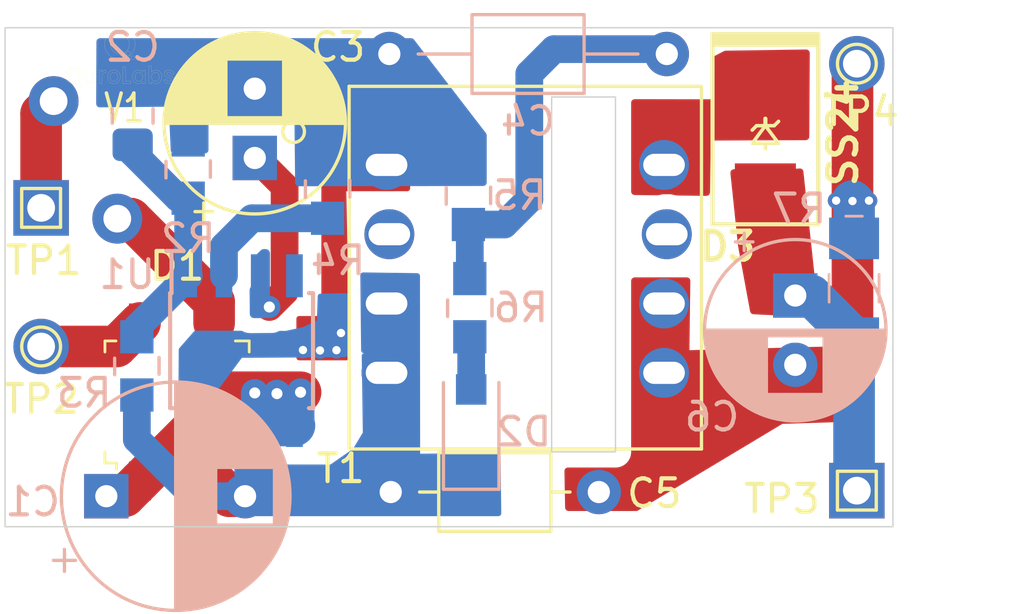
<source format=kicad_pcb>
(kicad_pcb (version 20171130) (host pcbnew "(5.1.12)-1")

  (general
    (thickness 1.6)
    (drawings 456)
    (tracks 73)
    (zones 0)
    (modules 21)
    (nets 18)
  )

  (page A4)
  (layers
    (0 F.Cu signal)
    (31 B.Cu signal)
    (32 B.Adhes user)
    (33 F.Adhes user)
    (34 B.Paste user)
    (35 F.Paste user)
    (36 B.SilkS user)
    (37 F.SilkS user)
    (38 B.Mask user)
    (39 F.Mask user)
    (40 Dwgs.User user)
    (41 Cmts.User user)
    (42 Eco1.User user)
    (43 Eco2.User user)
    (44 Edge.Cuts user)
    (45 Margin user)
    (46 B.CrtYd user)
    (47 F.CrtYd user)
    (48 B.Fab user)
    (49 F.Fab user)
  )

  (setup
    (last_trace_width 1.5)
    (user_trace_width 0.35)
    (user_trace_width 0.4)
    (user_trace_width 0.45)
    (user_trace_width 0.5)
    (user_trace_width 0.6)
    (user_trace_width 0.65)
    (user_trace_width 0.7)
    (user_trace_width 0.8)
    (user_trace_width 0.85)
    (user_trace_width 0.9)
    (user_trace_width 1)
    (user_trace_width 1.5)
    (user_trace_width 2)
    (trace_clearance 0.2)
    (zone_clearance 0.54)
    (zone_45_only no)
    (trace_min 0.2)
    (via_size 0.8)
    (via_drill 0.4)
    (via_min_size 0.4)
    (via_min_drill 0.3)
    (user_via 0.6 0.3)
    (user_via 0.8 0.5)
    (user_via 1.5 0.8)
    (user_via 1.8 1)
    (uvia_size 0.3)
    (uvia_drill 0.1)
    (uvias_allowed no)
    (uvia_min_size 0.2)
    (uvia_min_drill 0.1)
    (edge_width 0.05)
    (segment_width 0.2)
    (pcb_text_width 0.3)
    (pcb_text_size 1.5 1.5)
    (mod_edge_width 0.12)
    (mod_text_size 1 1)
    (mod_text_width 0.15)
    (pad_size 1.8 1.8)
    (pad_drill 1.5)
    (pad_to_mask_clearance 0)
    (aux_axis_origin 0 0)
    (grid_origin 88 140.4)
    (visible_elements 7FFDFFFF)
    (pcbplotparams
      (layerselection 0x010fc_ffffffff)
      (usegerberextensions false)
      (usegerberattributes true)
      (usegerberadvancedattributes true)
      (creategerberjobfile true)
      (excludeedgelayer true)
      (linewidth 0.100000)
      (plotframeref false)
      (viasonmask false)
      (mode 1)
      (useauxorigin false)
      (hpglpennumber 1)
      (hpglpenspeed 20)
      (hpglpendiameter 15.000000)
      (psnegative false)
      (psa4output false)
      (plotreference false)
      (plotvalue false)
      (plotinvisibletext false)
      (padsonsilk false)
      (subtractmaskfromsilk false)
      (outputformat 1)
      (mirror false)
      (drillshape 0)
      (scaleselection 1)
      (outputdirectory "D:/Ankit Devani/Projects/5V3.5W/5V3.5W/Gerber/"))
  )

  (net 0 "")
  (net 1 "Net-(C1-Pad2)")
  (net 2 "Net-(C1-Pad1)")
  (net 3 "Net-(C3-Pad1)")
  (net 4 "Net-(C4-Pad2)")
  (net 5 "Net-(C5-Pad1)")
  (net 6 "Net-(C6-Pad1)")
  (net 7 "Net-(D1-Pad4)")
  (net 8 "Net-(D1-Pad3)")
  (net 9 "Net-(D2-Pad2)")
  (net 10 "Net-(F1-Pad1)")
  (net 11 "Net-(D3-Pad2)")
  (net 12 "Net-(U1-Pad4)")
  (net 13 "Net-(R4-Pad2)")
  (net 14 "Net-(T1-Pad2)")
  (net 15 "Net-(T1-Pad7)")
  (net 16 "Net-(C2-Pad2)")
  (net 17 "Net-(C2-Pad1)")

  (net_class Default "This is the default net class."
    (clearance 0.2)
    (trace_width 0.25)
    (via_dia 0.8)
    (via_drill 0.4)
    (uvia_dia 0.3)
    (uvia_drill 0.1)
    (add_net "Net-(C1-Pad1)")
    (add_net "Net-(C1-Pad2)")
    (add_net "Net-(C2-Pad1)")
    (add_net "Net-(C2-Pad2)")
    (add_net "Net-(C3-Pad1)")
    (add_net "Net-(C4-Pad2)")
    (add_net "Net-(C5-Pad1)")
    (add_net "Net-(C6-Pad1)")
    (add_net "Net-(D1-Pad3)")
    (add_net "Net-(D1-Pad4)")
    (add_net "Net-(D2-Pad2)")
    (add_net "Net-(D3-Pad2)")
    (add_net "Net-(F1-Pad1)")
    (add_net "Net-(R4-Pad2)")
    (add_net "Net-(T1-Pad2)")
    (add_net "Net-(T1-Pad7)")
    (add_net "Net-(U1-Pad4)")
  )

  (module digikey-footprints:0805 (layer B.Cu) (tedit 5D288D36) (tstamp 626F95CD)
    (at 94.75 156.1 90)
    (path /627182A1)
    (attr smd)
    (fp_text reference R3 (at -0.97764 -1.8986 180) (layer B.SilkS)
      (effects (font (size 1 1) (thickness 0.15)) (justify mirror))
    )
    (fp_text value 150K (at 0 -1.95 90) (layer B.Fab)
      (effects (font (size 1 1) (thickness 0.15)) (justify mirror))
    )
    (fp_line (start -1.9 -0.93) (end 1.9 -0.93) (layer B.CrtYd) (width 0.05))
    (fp_line (start -1.9 0.93) (end 1.9 0.93) (layer B.CrtYd) (width 0.05))
    (fp_line (start 1.9 -0.93) (end 1.9 0.93) (layer B.CrtYd) (width 0.05))
    (fp_line (start -1.9 -0.93) (end -1.9 0.93) (layer B.CrtYd) (width 0.05))
    (fp_line (start -0.32 -0.8) (end 0.28 -0.8) (layer B.SilkS) (width 0.12))
    (fp_line (start -0.3 0.8) (end 0.3 0.8) (layer B.SilkS) (width 0.12))
    (fp_line (start -0.95 -0.68) (end 0.95 -0.68) (layer B.Fab) (width 0.12))
    (fp_line (start -0.95 0.68) (end 0.95 0.68) (layer B.Fab) (width 0.12))
    (fp_line (start 0.95 0.675) (end 0.95 -0.675) (layer B.Fab) (width 0.12))
    (fp_line (start -0.95 0.675) (end -0.95 -0.675) (layer B.Fab) (width 0.12))
    (pad 2 smd rect (at 1.05 0 90) (size 1.2 1.2) (layers B.Cu B.Paste B.Mask)
      (net 17 "Net-(C2-Pad1)"))
    (pad 1 smd rect (at -1.05 0 90) (size 1.2 1.2) (layers B.Cu B.Paste B.Mask)
      (net 1 "Net-(C1-Pad2)"))
  )

  (module digikey-footprints:1206 (layer B.Cu) (tedit 5D288D46) (tstamp 626FEA4C)
    (at 120.6 153.3 90)
    (descr http://media.digikey.com/pdf/Data%20Sheets/Lite-On%20PDFs/LTST-C230KFKT_5-24-06.pdf)
    (path /62729F90)
    (attr smd)
    (fp_text reference R7 (at 2.87208 -1.98284) (layer B.SilkS)
      (effects (font (size 1 1) (thickness 0.15)) (justify mirror))
    )
    (fp_text value 470R (at 0 -2.6 270) (layer B.Fab)
      (effects (font (size 1 1) (thickness 0.15)) (justify mirror))
    )
    (fp_line (start 2.6 0.3) (end 2.6 -0.3) (layer B.SilkS) (width 0.1))
    (fp_line (start -2.6 0.3) (end -2.6 -0.3) (layer B.SilkS) (width 0.1))
    (fp_line (start 0 -0.9) (end -0.5 -0.9) (layer B.SilkS) (width 0.1))
    (fp_line (start 0 -0.9) (end 0.5 -0.9) (layer B.SilkS) (width 0.1))
    (fp_line (start 0 0.9) (end -0.5 0.9) (layer B.SilkS) (width 0.1))
    (fp_line (start 0 0.9) (end 0.5 0.9) (layer B.SilkS) (width 0.1))
    (fp_line (start 2.8 -1.15) (end 2.8 1.15) (layer B.CrtYd) (width 0.05))
    (fp_line (start 2.8 1.15) (end -2.8 1.15) (layer B.CrtYd) (width 0.05))
    (fp_line (start -2.8 1.15) (end -2.8 -1.15) (layer B.CrtYd) (width 0.05))
    (fp_line (start -2.8 -1.15) (end 2.8 -1.15) (layer B.CrtYd) (width 0.05))
    (fp_line (start -1.6 0.8) (end -1.6 -0.8) (layer B.Fab) (width 0.1))
    (fp_line (start 1.6 0.8) (end 1.6 -0.8) (layer B.Fab) (width 0.1))
    (fp_line (start -1.6 0.8) (end 1.6 0.8) (layer B.Fab) (width 0.1))
    (fp_line (start -1.6 -0.8) (end 1.6 -0.8) (layer B.Fab) (width 0.1))
    (fp_text user %R (at 0 0 270) (layer B.Fab)
      (effects (font (size 1 1) (thickness 0.15)) (justify mirror))
    )
    (pad 1 smd rect (at -1.8 0 90) (size 1.5 1.8) (layers B.Cu B.Paste B.Mask)
      (net 6 "Net-(C6-Pad1)"))
    (pad 2 smd rect (at 1.8 0 90) (size 1.5 1.8) (layers B.Cu B.Paste B.Mask)
      (net 5 "Net-(C5-Pad1)"))
  )

  (module digikey-footprints:TO-269AA (layer F.Cu) (tedit 5D28AA40) (tstamp 626F951D)
    (at 96.2 157.4)
    (descr "http://www.mccsemi.com/up_pdf/MB05S-MB10S(MBS-1).pdf")
    (path /626F5B48)
    (attr smd)
    (fp_text reference D1 (at 0 -4.9 180) (layer F.SilkS)
      (effects (font (size 1 1) (thickness 0.15)))
    )
    (fp_text value MB6S (at 0 5 180) (layer F.Fab)
      (effects (font (size 1 1) (thickness 0.15)))
    )
    (fp_line (start -2.18186 2.19202) (end -2.18186 2.42824) (layer F.SilkS) (width 0.1))
    (fp_line (start 2.75 4) (end -2.75 4) (layer F.CrtYd) (width 0.05))
    (fp_line (start -2.75 -4) (end -2.75 4) (layer F.CrtYd) (width 0.05))
    (fp_line (start 2.75 -4) (end 2.75 4) (layer F.CrtYd) (width 0.05))
    (fp_line (start 2.75 -4) (end -2.75 -4) (layer F.CrtYd) (width 0.05))
    (fp_line (start -2.6 1.8) (end -2.6 2.2) (layer F.SilkS) (width 0.1))
    (fp_line (start -2.6 2.2) (end -2.2 2.2) (layer F.SilkS) (width 0.1))
    (fp_line (start 2.6 1.8) (end 2.6 2.2) (layer F.SilkS) (width 0.1))
    (fp_line (start 2.6 2.2) (end 2.2 2.2) (layer F.SilkS) (width 0.1))
    (fp_line (start -2.2 -2.2) (end -2.6 -2.2) (layer F.SilkS) (width 0.1))
    (fp_line (start -2.6 -2.2) (end -2.6 -1.8) (layer F.SilkS) (width 0.1))
    (fp_line (start 2.1 -2.2) (end 2.6 -2.2) (layer F.SilkS) (width 0.1))
    (fp_line (start 2.6 -2.2) (end 2.6 -1.8) (layer F.SilkS) (width 0.1))
    (fp_line (start -2.475 -2.1) (end -2.475 2.1) (layer F.Fab) (width 0.1))
    (fp_line (start -2.475 -2.1) (end 2.475 -2.1) (layer F.Fab) (width 0.1))
    (fp_line (start -2.475 2.1) (end 2.475 2.1) (layer F.Fab) (width 0.1))
    (fp_line (start 2.475 -2.1) (end 2.475 2.1) (layer F.Fab) (width 0.1))
    (fp_text user %R (at 0.1 -0.2 180) (layer F.Fab)
      (effects (font (size 1 1) (thickness 0.15)))
    )
    (pad 4 smd rect (at -1.335 -2.85) (size 0.8 1.4) (layers F.Cu F.Paste F.Mask)
      (net 7 "Net-(D1-Pad4)"))
    (pad 1 smd rect (at -1.335 2.85) (size 0.8 1.4) (layers F.Cu F.Paste F.Mask)
      (net 2 "Net-(C1-Pad1)"))
    (pad 2 smd rect (at 1.335 2.85) (size 0.8 1.4) (layers F.Cu F.Paste F.Mask)
      (net 1 "Net-(C1-Pad2)"))
    (pad 3 smd rect (at 1.335 -2.85) (size 0.8 1.4) (layers F.Cu F.Paste F.Mask)
      (net 8 "Net-(D1-Pad3)"))
  )

  (module Capacitor_THT:C_Axial_L3.8mm_D2.6mm_P10.00mm_Horizontal (layer B.Cu) (tedit 5AE50EF0) (tstamp 62855A53)
    (at 103.85 144.85)
    (descr "C, Axial series, Axial, Horizontal, pin pitch=10mm, , length*diameter=3.8*2.6mm^2, http://www.vishay.com/docs/45231/arseries.pdf")
    (tags "C Axial series Axial Horizontal pin pitch 10mm  length 3.8mm diameter 2.6mm")
    (path /62724A34)
    (fp_text reference C4 (at 5 2.42) (layer B.SilkS)
      (effects (font (size 1 1) (thickness 0.15)) (justify mirror))
    )
    (fp_text value 2G103J (at 5 -2.42) (layer B.Fab)
      (effects (font (size 1 1) (thickness 0.15)) (justify mirror))
    )
    (fp_line (start 3.1 1.3) (end 3.1 -1.3) (layer B.Fab) (width 0.1))
    (fp_line (start 3.1 -1.3) (end 6.9 -1.3) (layer B.Fab) (width 0.1))
    (fp_line (start 6.9 -1.3) (end 6.9 1.3) (layer B.Fab) (width 0.1))
    (fp_line (start 6.9 1.3) (end 3.1 1.3) (layer B.Fab) (width 0.1))
    (fp_line (start 0 0) (end 3.1 0) (layer B.Fab) (width 0.1))
    (fp_line (start 10 0) (end 6.9 0) (layer B.Fab) (width 0.1))
    (fp_line (start 2.98 1.42) (end 2.98 -1.42) (layer B.SilkS) (width 0.12))
    (fp_line (start 2.98 -1.42) (end 7.02 -1.42) (layer B.SilkS) (width 0.12))
    (fp_line (start 7.02 -1.42) (end 7.02 1.42) (layer B.SilkS) (width 0.12))
    (fp_line (start 7.02 1.42) (end 2.98 1.42) (layer B.SilkS) (width 0.12))
    (fp_line (start 1.04 0) (end 2.98 0) (layer B.SilkS) (width 0.12))
    (fp_line (start 8.96 0) (end 7.02 0) (layer B.SilkS) (width 0.12))
    (fp_line (start -1.05 1.55) (end -1.05 -1.55) (layer B.CrtYd) (width 0.05))
    (fp_line (start -1.05 -1.55) (end 11.05 -1.55) (layer B.CrtYd) (width 0.05))
    (fp_line (start 11.05 -1.55) (end 11.05 1.55) (layer B.CrtYd) (width 0.05))
    (fp_line (start 11.05 1.55) (end -1.05 1.55) (layer B.CrtYd) (width 0.05))
    (fp_text user %R (at 5 0) (layer B.Fab)
      (effects (font (size 0.76 0.76) (thickness 0.114)) (justify mirror))
    )
    (pad 1 thru_hole circle (at 0 0) (size 1.6 1.6) (drill 0.8) (layers *.Cu *.Mask)
      (net 16 "Net-(C2-Pad2)"))
    (pad 2 thru_hole oval (at 10 0) (size 1.6 1.6) (drill 0.8) (layers *.Cu *.Mask)
      (net 4 "Net-(C4-Pad2)"))
    (model ${KISYS3DMOD}/Capacitor_THT.3dshapes/C_Rect_L31.5mm_W13.0mm_P27.50mm_MKS4.step
      (offset (xyz 10 0 0))
      (scale (xyz 0.35 0.4 0.5))
      (rotate (xyz 0 180 0))
    )
  )

  (module Capacitor_THT:CP_Radial_D6.3mm_P2.50mm (layer B.Cu) (tedit 5AE50EF0) (tstamp 626FD9C1)
    (at 118.48 153.56228 270)
    (descr "CP, Radial series, Radial, pin pitch=2.50mm, , diameter=6.3mm, Electrolytic Capacitor")
    (tags "CP Radial series Radial pin pitch 2.50mm  diameter 6.3mm Electrolytic Capacitor")
    (path /62728452)
    (fp_text reference C6 (at 4.375 3 180) (layer B.SilkS)
      (effects (font (size 1 1) (thickness 0.15)) (justify mirror))
    )
    (fp_text value 470uF/10V (at 1.25 -4.4 90) (layer B.Fab)
      (effects (font (size 1 1) (thickness 0.15)) (justify mirror))
    )
    (fp_line (start -1.935241 2.154) (end -1.935241 1.524) (layer B.SilkS) (width 0.12))
    (fp_line (start -2.250241 1.839) (end -1.620241 1.839) (layer B.SilkS) (width 0.12))
    (fp_line (start 4.491 0.402) (end 4.491 -0.402) (layer B.SilkS) (width 0.12))
    (fp_line (start 4.451 0.633) (end 4.451 -0.633) (layer B.SilkS) (width 0.12))
    (fp_line (start 4.411 0.802) (end 4.411 -0.802) (layer B.SilkS) (width 0.12))
    (fp_line (start 4.371 0.94) (end 4.371 -0.94) (layer B.SilkS) (width 0.12))
    (fp_line (start 4.331 1.059) (end 4.331 -1.059) (layer B.SilkS) (width 0.12))
    (fp_line (start 4.291 1.165) (end 4.291 -1.165) (layer B.SilkS) (width 0.12))
    (fp_line (start 4.251 1.262) (end 4.251 -1.262) (layer B.SilkS) (width 0.12))
    (fp_line (start 4.211 1.35) (end 4.211 -1.35) (layer B.SilkS) (width 0.12))
    (fp_line (start 4.171 1.432) (end 4.171 -1.432) (layer B.SilkS) (width 0.12))
    (fp_line (start 4.131 1.509) (end 4.131 -1.509) (layer B.SilkS) (width 0.12))
    (fp_line (start 4.091 1.581) (end 4.091 -1.581) (layer B.SilkS) (width 0.12))
    (fp_line (start 4.051 1.65) (end 4.051 -1.65) (layer B.SilkS) (width 0.12))
    (fp_line (start 4.011 1.714) (end 4.011 -1.714) (layer B.SilkS) (width 0.12))
    (fp_line (start 3.971 1.776) (end 3.971 -1.776) (layer B.SilkS) (width 0.12))
    (fp_line (start 3.931 1.834) (end 3.931 -1.834) (layer B.SilkS) (width 0.12))
    (fp_line (start 3.891 1.89) (end 3.891 -1.89) (layer B.SilkS) (width 0.12))
    (fp_line (start 3.851 1.944) (end 3.851 -1.944) (layer B.SilkS) (width 0.12))
    (fp_line (start 3.811 1.995) (end 3.811 -1.995) (layer B.SilkS) (width 0.12))
    (fp_line (start 3.771 2.044) (end 3.771 -2.044) (layer B.SilkS) (width 0.12))
    (fp_line (start 3.731 2.092) (end 3.731 -2.092) (layer B.SilkS) (width 0.12))
    (fp_line (start 3.691 2.137) (end 3.691 -2.137) (layer B.SilkS) (width 0.12))
    (fp_line (start 3.651 2.182) (end 3.651 -2.182) (layer B.SilkS) (width 0.12))
    (fp_line (start 3.611 2.224) (end 3.611 -2.224) (layer B.SilkS) (width 0.12))
    (fp_line (start 3.571 2.265) (end 3.571 -2.265) (layer B.SilkS) (width 0.12))
    (fp_line (start 3.531 -1.04) (end 3.531 -2.305) (layer B.SilkS) (width 0.12))
    (fp_line (start 3.531 2.305) (end 3.531 1.04) (layer B.SilkS) (width 0.12))
    (fp_line (start 3.491 -1.04) (end 3.491 -2.343) (layer B.SilkS) (width 0.12))
    (fp_line (start 3.491 2.343) (end 3.491 1.04) (layer B.SilkS) (width 0.12))
    (fp_line (start 3.451 -1.04) (end 3.451 -2.38) (layer B.SilkS) (width 0.12))
    (fp_line (start 3.451 2.38) (end 3.451 1.04) (layer B.SilkS) (width 0.12))
    (fp_line (start 3.411 -1.04) (end 3.411 -2.416) (layer B.SilkS) (width 0.12))
    (fp_line (start 3.411 2.416) (end 3.411 1.04) (layer B.SilkS) (width 0.12))
    (fp_line (start 3.371 -1.04) (end 3.371 -2.45) (layer B.SilkS) (width 0.12))
    (fp_line (start 3.371 2.45) (end 3.371 1.04) (layer B.SilkS) (width 0.12))
    (fp_line (start 3.331 -1.04) (end 3.331 -2.484) (layer B.SilkS) (width 0.12))
    (fp_line (start 3.331 2.484) (end 3.331 1.04) (layer B.SilkS) (width 0.12))
    (fp_line (start 3.291 -1.04) (end 3.291 -2.516) (layer B.SilkS) (width 0.12))
    (fp_line (start 3.291 2.516) (end 3.291 1.04) (layer B.SilkS) (width 0.12))
    (fp_line (start 3.251 -1.04) (end 3.251 -2.548) (layer B.SilkS) (width 0.12))
    (fp_line (start 3.251 2.548) (end 3.251 1.04) (layer B.SilkS) (width 0.12))
    (fp_line (start 3.211 -1.04) (end 3.211 -2.578) (layer B.SilkS) (width 0.12))
    (fp_line (start 3.211 2.578) (end 3.211 1.04) (layer B.SilkS) (width 0.12))
    (fp_line (start 3.171 -1.04) (end 3.171 -2.607) (layer B.SilkS) (width 0.12))
    (fp_line (start 3.171 2.607) (end 3.171 1.04) (layer B.SilkS) (width 0.12))
    (fp_line (start 3.131 -1.04) (end 3.131 -2.636) (layer B.SilkS) (width 0.12))
    (fp_line (start 3.131 2.636) (end 3.131 1.04) (layer B.SilkS) (width 0.12))
    (fp_line (start 3.091 -1.04) (end 3.091 -2.664) (layer B.SilkS) (width 0.12))
    (fp_line (start 3.091 2.664) (end 3.091 1.04) (layer B.SilkS) (width 0.12))
    (fp_line (start 3.051 -1.04) (end 3.051 -2.69) (layer B.SilkS) (width 0.12))
    (fp_line (start 3.051 2.69) (end 3.051 1.04) (layer B.SilkS) (width 0.12))
    (fp_line (start 3.011 -1.04) (end 3.011 -2.716) (layer B.SilkS) (width 0.12))
    (fp_line (start 3.011 2.716) (end 3.011 1.04) (layer B.SilkS) (width 0.12))
    (fp_line (start 2.971 -1.04) (end 2.971 -2.742) (layer B.SilkS) (width 0.12))
    (fp_line (start 2.971 2.742) (end 2.971 1.04) (layer B.SilkS) (width 0.12))
    (fp_line (start 2.931 -1.04) (end 2.931 -2.766) (layer B.SilkS) (width 0.12))
    (fp_line (start 2.931 2.766) (end 2.931 1.04) (layer B.SilkS) (width 0.12))
    (fp_line (start 2.891 -1.04) (end 2.891 -2.79) (layer B.SilkS) (width 0.12))
    (fp_line (start 2.891 2.79) (end 2.891 1.04) (layer B.SilkS) (width 0.12))
    (fp_line (start 2.851 -1.04) (end 2.851 -2.812) (layer B.SilkS) (width 0.12))
    (fp_line (start 2.851 2.812) (end 2.851 1.04) (layer B.SilkS) (width 0.12))
    (fp_line (start 2.811 -1.04) (end 2.811 -2.834) (layer B.SilkS) (width 0.12))
    (fp_line (start 2.811 2.834) (end 2.811 1.04) (layer B.SilkS) (width 0.12))
    (fp_line (start 2.771 -1.04) (end 2.771 -2.856) (layer B.SilkS) (width 0.12))
    (fp_line (start 2.771 2.856) (end 2.771 1.04) (layer B.SilkS) (width 0.12))
    (fp_line (start 2.731 -1.04) (end 2.731 -2.876) (layer B.SilkS) (width 0.12))
    (fp_line (start 2.731 2.876) (end 2.731 1.04) (layer B.SilkS) (width 0.12))
    (fp_line (start 2.691 -1.04) (end 2.691 -2.896) (layer B.SilkS) (width 0.12))
    (fp_line (start 2.691 2.896) (end 2.691 1.04) (layer B.SilkS) (width 0.12))
    (fp_line (start 2.651 -1.04) (end 2.651 -2.916) (layer B.SilkS) (width 0.12))
    (fp_line (start 2.651 2.916) (end 2.651 1.04) (layer B.SilkS) (width 0.12))
    (fp_line (start 2.611 -1.04) (end 2.611 -2.934) (layer B.SilkS) (width 0.12))
    (fp_line (start 2.611 2.934) (end 2.611 1.04) (layer B.SilkS) (width 0.12))
    (fp_line (start 2.571 -1.04) (end 2.571 -2.952) (layer B.SilkS) (width 0.12))
    (fp_line (start 2.571 2.952) (end 2.571 1.04) (layer B.SilkS) (width 0.12))
    (fp_line (start 2.531 -1.04) (end 2.531 -2.97) (layer B.SilkS) (width 0.12))
    (fp_line (start 2.531 2.97) (end 2.531 1.04) (layer B.SilkS) (width 0.12))
    (fp_line (start 2.491 -1.04) (end 2.491 -2.986) (layer B.SilkS) (width 0.12))
    (fp_line (start 2.491 2.986) (end 2.491 1.04) (layer B.SilkS) (width 0.12))
    (fp_line (start 2.451 -1.04) (end 2.451 -3.002) (layer B.SilkS) (width 0.12))
    (fp_line (start 2.451 3.002) (end 2.451 1.04) (layer B.SilkS) (width 0.12))
    (fp_line (start 2.411 -1.04) (end 2.411 -3.018) (layer B.SilkS) (width 0.12))
    (fp_line (start 2.411 3.018) (end 2.411 1.04) (layer B.SilkS) (width 0.12))
    (fp_line (start 2.371 -1.04) (end 2.371 -3.033) (layer B.SilkS) (width 0.12))
    (fp_line (start 2.371 3.033) (end 2.371 1.04) (layer B.SilkS) (width 0.12))
    (fp_line (start 2.331 -1.04) (end 2.331 -3.047) (layer B.SilkS) (width 0.12))
    (fp_line (start 2.331 3.047) (end 2.331 1.04) (layer B.SilkS) (width 0.12))
    (fp_line (start 2.291 -1.04) (end 2.291 -3.061) (layer B.SilkS) (width 0.12))
    (fp_line (start 2.291 3.061) (end 2.291 1.04) (layer B.SilkS) (width 0.12))
    (fp_line (start 2.251 -1.04) (end 2.251 -3.074) (layer B.SilkS) (width 0.12))
    (fp_line (start 2.251 3.074) (end 2.251 1.04) (layer B.SilkS) (width 0.12))
    (fp_line (start 2.211 -1.04) (end 2.211 -3.086) (layer B.SilkS) (width 0.12))
    (fp_line (start 2.211 3.086) (end 2.211 1.04) (layer B.SilkS) (width 0.12))
    (fp_line (start 2.171 -1.04) (end 2.171 -3.098) (layer B.SilkS) (width 0.12))
    (fp_line (start 2.171 3.098) (end 2.171 1.04) (layer B.SilkS) (width 0.12))
    (fp_line (start 2.131 -1.04) (end 2.131 -3.11) (layer B.SilkS) (width 0.12))
    (fp_line (start 2.131 3.11) (end 2.131 1.04) (layer B.SilkS) (width 0.12))
    (fp_line (start 2.091 -1.04) (end 2.091 -3.121) (layer B.SilkS) (width 0.12))
    (fp_line (start 2.091 3.121) (end 2.091 1.04) (layer B.SilkS) (width 0.12))
    (fp_line (start 2.051 -1.04) (end 2.051 -3.131) (layer B.SilkS) (width 0.12))
    (fp_line (start 2.051 3.131) (end 2.051 1.04) (layer B.SilkS) (width 0.12))
    (fp_line (start 2.011 -1.04) (end 2.011 -3.141) (layer B.SilkS) (width 0.12))
    (fp_line (start 2.011 3.141) (end 2.011 1.04) (layer B.SilkS) (width 0.12))
    (fp_line (start 1.971 -1.04) (end 1.971 -3.15) (layer B.SilkS) (width 0.12))
    (fp_line (start 1.971 3.15) (end 1.971 1.04) (layer B.SilkS) (width 0.12))
    (fp_line (start 1.93 -1.04) (end 1.93 -3.159) (layer B.SilkS) (width 0.12))
    (fp_line (start 1.93 3.159) (end 1.93 1.04) (layer B.SilkS) (width 0.12))
    (fp_line (start 1.89 -1.04) (end 1.89 -3.167) (layer B.SilkS) (width 0.12))
    (fp_line (start 1.89 3.167) (end 1.89 1.04) (layer B.SilkS) (width 0.12))
    (fp_line (start 1.85 -1.04) (end 1.85 -3.175) (layer B.SilkS) (width 0.12))
    (fp_line (start 1.85 3.175) (end 1.85 1.04) (layer B.SilkS) (width 0.12))
    (fp_line (start 1.81 -1.04) (end 1.81 -3.182) (layer B.SilkS) (width 0.12))
    (fp_line (start 1.81 3.182) (end 1.81 1.04) (layer B.SilkS) (width 0.12))
    (fp_line (start 1.77 -1.04) (end 1.77 -3.189) (layer B.SilkS) (width 0.12))
    (fp_line (start 1.77 3.189) (end 1.77 1.04) (layer B.SilkS) (width 0.12))
    (fp_line (start 1.73 -1.04) (end 1.73 -3.195) (layer B.SilkS) (width 0.12))
    (fp_line (start 1.73 3.195) (end 1.73 1.04) (layer B.SilkS) (width 0.12))
    (fp_line (start 1.69 -1.04) (end 1.69 -3.201) (layer B.SilkS) (width 0.12))
    (fp_line (start 1.69 3.201) (end 1.69 1.04) (layer B.SilkS) (width 0.12))
    (fp_line (start 1.65 -1.04) (end 1.65 -3.206) (layer B.SilkS) (width 0.12))
    (fp_line (start 1.65 3.206) (end 1.65 1.04) (layer B.SilkS) (width 0.12))
    (fp_line (start 1.61 -1.04) (end 1.61 -3.211) (layer B.SilkS) (width 0.12))
    (fp_line (start 1.61 3.211) (end 1.61 1.04) (layer B.SilkS) (width 0.12))
    (fp_line (start 1.57 -1.04) (end 1.57 -3.215) (layer B.SilkS) (width 0.12))
    (fp_line (start 1.57 3.215) (end 1.57 1.04) (layer B.SilkS) (width 0.12))
    (fp_line (start 1.53 -1.04) (end 1.53 -3.218) (layer B.SilkS) (width 0.12))
    (fp_line (start 1.53 3.218) (end 1.53 1.04) (layer B.SilkS) (width 0.12))
    (fp_line (start 1.49 -1.04) (end 1.49 -3.222) (layer B.SilkS) (width 0.12))
    (fp_line (start 1.49 3.222) (end 1.49 1.04) (layer B.SilkS) (width 0.12))
    (fp_line (start 1.45 3.224) (end 1.45 -3.224) (layer B.SilkS) (width 0.12))
    (fp_line (start 1.41 3.227) (end 1.41 -3.227) (layer B.SilkS) (width 0.12))
    (fp_line (start 1.37 3.228) (end 1.37 -3.228) (layer B.SilkS) (width 0.12))
    (fp_line (start 1.33 3.23) (end 1.33 -3.23) (layer B.SilkS) (width 0.12))
    (fp_line (start 1.29 3.23) (end 1.29 -3.23) (layer B.SilkS) (width 0.12))
    (fp_line (start 1.25 3.23) (end 1.25 -3.23) (layer B.SilkS) (width 0.12))
    (fp_line (start -1.128972 1.6885) (end -1.128972 1.0585) (layer B.Fab) (width 0.1))
    (fp_line (start -1.443972 1.3735) (end -0.813972 1.3735) (layer B.Fab) (width 0.1))
    (fp_circle (center 1.25 0) (end 4.65 0) (layer B.CrtYd) (width 0.05))
    (fp_circle (center 1.25 0) (end 4.52 0) (layer B.SilkS) (width 0.12))
    (fp_circle (center 1.25 0) (end 4.4 0) (layer B.Fab) (width 0.1))
    (fp_text user %R (at 1.25 0 90) (layer B.Fab)
      (effects (font (size 1 1) (thickness 0.15)) (justify mirror))
    )
    (pad 2 thru_hole circle (at 2.5 0 270) (size 1.6 1.6) (drill 0.8) (layers *.Cu *.Mask)
      (net 5 "Net-(C5-Pad1)"))
    (pad 1 thru_hole rect (at 0 0 270) (size 1.6 1.6) (drill 0.8) (layers *.Cu *.Mask)
      (net 6 "Net-(C6-Pad1)"))
    (model ${KISYS3DMOD}/Capacitor_THT.3dshapes/CP_Radial_D6.3mm_P2.50mm.wrl
      (offset (xyz 2.5 0 0))
      (scale (xyz 1 1 1))
      (rotate (xyz 0 180 0))
    )
  )

  (module Capacitor_THT:CP_Radial_D8.0mm_P5.00mm (layer B.Cu) (tedit 5AE50EF0) (tstamp 628533EF)
    (at 93.65 160.8)
    (descr "CP, Radial series, Radial, pin pitch=5.00mm, , diameter=8mm, Electrolytic Capacitor")
    (tags "CP Radial series Radial pin pitch 5.00mm  diameter 8mm Electrolytic Capacitor")
    (path /626F6C29)
    (fp_text reference C1 (at -2.65 0.2) (layer B.SilkS)
      (effects (font (size 1 1) (thickness 0.15)) (justify mirror))
    )
    (fp_text value 4.7uF/400V (at 2.5 -5.25) (layer B.Fab)
      (effects (font (size 1 1) (thickness 0.15)) (justify mirror))
    )
    (fp_line (start -1.509698 2.715) (end -1.509698 1.915) (layer B.SilkS) (width 0.12))
    (fp_line (start -1.909698 2.315) (end -1.109698 2.315) (layer B.SilkS) (width 0.12))
    (fp_line (start 6.581 0.533) (end 6.581 -0.533) (layer B.SilkS) (width 0.12))
    (fp_line (start 6.541 0.768) (end 6.541 -0.768) (layer B.SilkS) (width 0.12))
    (fp_line (start 6.501 0.948) (end 6.501 -0.948) (layer B.SilkS) (width 0.12))
    (fp_line (start 6.461 1.098) (end 6.461 -1.098) (layer B.SilkS) (width 0.12))
    (fp_line (start 6.421 1.229) (end 6.421 -1.229) (layer B.SilkS) (width 0.12))
    (fp_line (start 6.381 1.346) (end 6.381 -1.346) (layer B.SilkS) (width 0.12))
    (fp_line (start 6.341 1.453) (end 6.341 -1.453) (layer B.SilkS) (width 0.12))
    (fp_line (start 6.301 1.552) (end 6.301 -1.552) (layer B.SilkS) (width 0.12))
    (fp_line (start 6.261 1.645) (end 6.261 -1.645) (layer B.SilkS) (width 0.12))
    (fp_line (start 6.221 1.731) (end 6.221 -1.731) (layer B.SilkS) (width 0.12))
    (fp_line (start 6.181 1.813) (end 6.181 -1.813) (layer B.SilkS) (width 0.12))
    (fp_line (start 6.141 1.89) (end 6.141 -1.89) (layer B.SilkS) (width 0.12))
    (fp_line (start 6.101 1.964) (end 6.101 -1.964) (layer B.SilkS) (width 0.12))
    (fp_line (start 6.061 2.034) (end 6.061 -2.034) (layer B.SilkS) (width 0.12))
    (fp_line (start 6.021 -1.04) (end 6.021 -2.102) (layer B.SilkS) (width 0.12))
    (fp_line (start 6.021 2.102) (end 6.021 1.04) (layer B.SilkS) (width 0.12))
    (fp_line (start 5.981 -1.04) (end 5.981 -2.166) (layer B.SilkS) (width 0.12))
    (fp_line (start 5.981 2.166) (end 5.981 1.04) (layer B.SilkS) (width 0.12))
    (fp_line (start 5.941 -1.04) (end 5.941 -2.228) (layer B.SilkS) (width 0.12))
    (fp_line (start 5.941 2.228) (end 5.941 1.04) (layer B.SilkS) (width 0.12))
    (fp_line (start 5.901 -1.04) (end 5.901 -2.287) (layer B.SilkS) (width 0.12))
    (fp_line (start 5.901 2.287) (end 5.901 1.04) (layer B.SilkS) (width 0.12))
    (fp_line (start 5.861 -1.04) (end 5.861 -2.345) (layer B.SilkS) (width 0.12))
    (fp_line (start 5.861 2.345) (end 5.861 1.04) (layer B.SilkS) (width 0.12))
    (fp_line (start 5.821 -1.04) (end 5.821 -2.4) (layer B.SilkS) (width 0.12))
    (fp_line (start 5.821 2.4) (end 5.821 1.04) (layer B.SilkS) (width 0.12))
    (fp_line (start 5.781 -1.04) (end 5.781 -2.454) (layer B.SilkS) (width 0.12))
    (fp_line (start 5.781 2.454) (end 5.781 1.04) (layer B.SilkS) (width 0.12))
    (fp_line (start 5.741 -1.04) (end 5.741 -2.505) (layer B.SilkS) (width 0.12))
    (fp_line (start 5.741 2.505) (end 5.741 1.04) (layer B.SilkS) (width 0.12))
    (fp_line (start 5.701 -1.04) (end 5.701 -2.556) (layer B.SilkS) (width 0.12))
    (fp_line (start 5.701 2.556) (end 5.701 1.04) (layer B.SilkS) (width 0.12))
    (fp_line (start 5.661 -1.04) (end 5.661 -2.604) (layer B.SilkS) (width 0.12))
    (fp_line (start 5.661 2.604) (end 5.661 1.04) (layer B.SilkS) (width 0.12))
    (fp_line (start 5.621 -1.04) (end 5.621 -2.651) (layer B.SilkS) (width 0.12))
    (fp_line (start 5.621 2.651) (end 5.621 1.04) (layer B.SilkS) (width 0.12))
    (fp_line (start 5.581 -1.04) (end 5.581 -2.697) (layer B.SilkS) (width 0.12))
    (fp_line (start 5.581 2.697) (end 5.581 1.04) (layer B.SilkS) (width 0.12))
    (fp_line (start 5.541 -1.04) (end 5.541 -2.741) (layer B.SilkS) (width 0.12))
    (fp_line (start 5.541 2.741) (end 5.541 1.04) (layer B.SilkS) (width 0.12))
    (fp_line (start 5.501 -1.04) (end 5.501 -2.784) (layer B.SilkS) (width 0.12))
    (fp_line (start 5.501 2.784) (end 5.501 1.04) (layer B.SilkS) (width 0.12))
    (fp_line (start 5.461 -1.04) (end 5.461 -2.826) (layer B.SilkS) (width 0.12))
    (fp_line (start 5.461 2.826) (end 5.461 1.04) (layer B.SilkS) (width 0.12))
    (fp_line (start 5.421 -1.04) (end 5.421 -2.867) (layer B.SilkS) (width 0.12))
    (fp_line (start 5.421 2.867) (end 5.421 1.04) (layer B.SilkS) (width 0.12))
    (fp_line (start 5.381 -1.04) (end 5.381 -2.907) (layer B.SilkS) (width 0.12))
    (fp_line (start 5.381 2.907) (end 5.381 1.04) (layer B.SilkS) (width 0.12))
    (fp_line (start 5.341 -1.04) (end 5.341 -2.945) (layer B.SilkS) (width 0.12))
    (fp_line (start 5.341 2.945) (end 5.341 1.04) (layer B.SilkS) (width 0.12))
    (fp_line (start 5.301 -1.04) (end 5.301 -2.983) (layer B.SilkS) (width 0.12))
    (fp_line (start 5.301 2.983) (end 5.301 1.04) (layer B.SilkS) (width 0.12))
    (fp_line (start 5.261 -1.04) (end 5.261 -3.019) (layer B.SilkS) (width 0.12))
    (fp_line (start 5.261 3.019) (end 5.261 1.04) (layer B.SilkS) (width 0.12))
    (fp_line (start 5.221 -1.04) (end 5.221 -3.055) (layer B.SilkS) (width 0.12))
    (fp_line (start 5.221 3.055) (end 5.221 1.04) (layer B.SilkS) (width 0.12))
    (fp_line (start 5.181 -1.04) (end 5.181 -3.09) (layer B.SilkS) (width 0.12))
    (fp_line (start 5.181 3.09) (end 5.181 1.04) (layer B.SilkS) (width 0.12))
    (fp_line (start 5.141 -1.04) (end 5.141 -3.124) (layer B.SilkS) (width 0.12))
    (fp_line (start 5.141 3.124) (end 5.141 1.04) (layer B.SilkS) (width 0.12))
    (fp_line (start 5.101 -1.04) (end 5.101 -3.156) (layer B.SilkS) (width 0.12))
    (fp_line (start 5.101 3.156) (end 5.101 1.04) (layer B.SilkS) (width 0.12))
    (fp_line (start 5.061 -1.04) (end 5.061 -3.189) (layer B.SilkS) (width 0.12))
    (fp_line (start 5.061 3.189) (end 5.061 1.04) (layer B.SilkS) (width 0.12))
    (fp_line (start 5.021 -1.04) (end 5.021 -3.22) (layer B.SilkS) (width 0.12))
    (fp_line (start 5.021 3.22) (end 5.021 1.04) (layer B.SilkS) (width 0.12))
    (fp_line (start 4.981 -1.04) (end 4.981 -3.25) (layer B.SilkS) (width 0.12))
    (fp_line (start 4.981 3.25) (end 4.981 1.04) (layer B.SilkS) (width 0.12))
    (fp_line (start 4.941 -1.04) (end 4.941 -3.28) (layer B.SilkS) (width 0.12))
    (fp_line (start 4.941 3.28) (end 4.941 1.04) (layer B.SilkS) (width 0.12))
    (fp_line (start 4.901 -1.04) (end 4.901 -3.309) (layer B.SilkS) (width 0.12))
    (fp_line (start 4.901 3.309) (end 4.901 1.04) (layer B.SilkS) (width 0.12))
    (fp_line (start 4.861 -1.04) (end 4.861 -3.338) (layer B.SilkS) (width 0.12))
    (fp_line (start 4.861 3.338) (end 4.861 1.04) (layer B.SilkS) (width 0.12))
    (fp_line (start 4.821 -1.04) (end 4.821 -3.365) (layer B.SilkS) (width 0.12))
    (fp_line (start 4.821 3.365) (end 4.821 1.04) (layer B.SilkS) (width 0.12))
    (fp_line (start 4.781 -1.04) (end 4.781 -3.392) (layer B.SilkS) (width 0.12))
    (fp_line (start 4.781 3.392) (end 4.781 1.04) (layer B.SilkS) (width 0.12))
    (fp_line (start 4.741 -1.04) (end 4.741 -3.418) (layer B.SilkS) (width 0.12))
    (fp_line (start 4.741 3.418) (end 4.741 1.04) (layer B.SilkS) (width 0.12))
    (fp_line (start 4.701 -1.04) (end 4.701 -3.444) (layer B.SilkS) (width 0.12))
    (fp_line (start 4.701 3.444) (end 4.701 1.04) (layer B.SilkS) (width 0.12))
    (fp_line (start 4.661 -1.04) (end 4.661 -3.469) (layer B.SilkS) (width 0.12))
    (fp_line (start 4.661 3.469) (end 4.661 1.04) (layer B.SilkS) (width 0.12))
    (fp_line (start 4.621 -1.04) (end 4.621 -3.493) (layer B.SilkS) (width 0.12))
    (fp_line (start 4.621 3.493) (end 4.621 1.04) (layer B.SilkS) (width 0.12))
    (fp_line (start 4.581 -1.04) (end 4.581 -3.517) (layer B.SilkS) (width 0.12))
    (fp_line (start 4.581 3.517) (end 4.581 1.04) (layer B.SilkS) (width 0.12))
    (fp_line (start 4.541 -1.04) (end 4.541 -3.54) (layer B.SilkS) (width 0.12))
    (fp_line (start 4.541 3.54) (end 4.541 1.04) (layer B.SilkS) (width 0.12))
    (fp_line (start 4.501 -1.04) (end 4.501 -3.562) (layer B.SilkS) (width 0.12))
    (fp_line (start 4.501 3.562) (end 4.501 1.04) (layer B.SilkS) (width 0.12))
    (fp_line (start 4.461 -1.04) (end 4.461 -3.584) (layer B.SilkS) (width 0.12))
    (fp_line (start 4.461 3.584) (end 4.461 1.04) (layer B.SilkS) (width 0.12))
    (fp_line (start 4.421 -1.04) (end 4.421 -3.606) (layer B.SilkS) (width 0.12))
    (fp_line (start 4.421 3.606) (end 4.421 1.04) (layer B.SilkS) (width 0.12))
    (fp_line (start 4.381 -1.04) (end 4.381 -3.627) (layer B.SilkS) (width 0.12))
    (fp_line (start 4.381 3.627) (end 4.381 1.04) (layer B.SilkS) (width 0.12))
    (fp_line (start 4.341 -1.04) (end 4.341 -3.647) (layer B.SilkS) (width 0.12))
    (fp_line (start 4.341 3.647) (end 4.341 1.04) (layer B.SilkS) (width 0.12))
    (fp_line (start 4.301 -1.04) (end 4.301 -3.666) (layer B.SilkS) (width 0.12))
    (fp_line (start 4.301 3.666) (end 4.301 1.04) (layer B.SilkS) (width 0.12))
    (fp_line (start 4.261 -1.04) (end 4.261 -3.686) (layer B.SilkS) (width 0.12))
    (fp_line (start 4.261 3.686) (end 4.261 1.04) (layer B.SilkS) (width 0.12))
    (fp_line (start 4.221 -1.04) (end 4.221 -3.704) (layer B.SilkS) (width 0.12))
    (fp_line (start 4.221 3.704) (end 4.221 1.04) (layer B.SilkS) (width 0.12))
    (fp_line (start 4.181 -1.04) (end 4.181 -3.722) (layer B.SilkS) (width 0.12))
    (fp_line (start 4.181 3.722) (end 4.181 1.04) (layer B.SilkS) (width 0.12))
    (fp_line (start 4.141 -1.04) (end 4.141 -3.74) (layer B.SilkS) (width 0.12))
    (fp_line (start 4.141 3.74) (end 4.141 1.04) (layer B.SilkS) (width 0.12))
    (fp_line (start 4.101 -1.04) (end 4.101 -3.757) (layer B.SilkS) (width 0.12))
    (fp_line (start 4.101 3.757) (end 4.101 1.04) (layer B.SilkS) (width 0.12))
    (fp_line (start 4.061 -1.04) (end 4.061 -3.774) (layer B.SilkS) (width 0.12))
    (fp_line (start 4.061 3.774) (end 4.061 1.04) (layer B.SilkS) (width 0.12))
    (fp_line (start 4.021 -1.04) (end 4.021 -3.79) (layer B.SilkS) (width 0.12))
    (fp_line (start 4.021 3.79) (end 4.021 1.04) (layer B.SilkS) (width 0.12))
    (fp_line (start 3.981 -1.04) (end 3.981 -3.805) (layer B.SilkS) (width 0.12))
    (fp_line (start 3.981 3.805) (end 3.981 1.04) (layer B.SilkS) (width 0.12))
    (fp_line (start 3.941 3.821) (end 3.941 -3.821) (layer B.SilkS) (width 0.12))
    (fp_line (start 3.901 3.835) (end 3.901 -3.835) (layer B.SilkS) (width 0.12))
    (fp_line (start 3.861 3.85) (end 3.861 -3.85) (layer B.SilkS) (width 0.12))
    (fp_line (start 3.821 3.863) (end 3.821 -3.863) (layer B.SilkS) (width 0.12))
    (fp_line (start 3.781 3.877) (end 3.781 -3.877) (layer B.SilkS) (width 0.12))
    (fp_line (start 3.741 3.889) (end 3.741 -3.889) (layer B.SilkS) (width 0.12))
    (fp_line (start 3.701 3.902) (end 3.701 -3.902) (layer B.SilkS) (width 0.12))
    (fp_line (start 3.661 3.914) (end 3.661 -3.914) (layer B.SilkS) (width 0.12))
    (fp_line (start 3.621 3.925) (end 3.621 -3.925) (layer B.SilkS) (width 0.12))
    (fp_line (start 3.581 3.936) (end 3.581 -3.936) (layer B.SilkS) (width 0.12))
    (fp_line (start 3.541 3.947) (end 3.541 -3.947) (layer B.SilkS) (width 0.12))
    (fp_line (start 3.501 3.957) (end 3.501 -3.957) (layer B.SilkS) (width 0.12))
    (fp_line (start 3.461 3.967) (end 3.461 -3.967) (layer B.SilkS) (width 0.12))
    (fp_line (start 3.421 3.976) (end 3.421 -3.976) (layer B.SilkS) (width 0.12))
    (fp_line (start 3.381 3.985) (end 3.381 -3.985) (layer B.SilkS) (width 0.12))
    (fp_line (start 3.341 3.994) (end 3.341 -3.994) (layer B.SilkS) (width 0.12))
    (fp_line (start 3.301 4.002) (end 3.301 -4.002) (layer B.SilkS) (width 0.12))
    (fp_line (start 3.261 4.01) (end 3.261 -4.01) (layer B.SilkS) (width 0.12))
    (fp_line (start 3.221 4.017) (end 3.221 -4.017) (layer B.SilkS) (width 0.12))
    (fp_line (start 3.18 4.024) (end 3.18 -4.024) (layer B.SilkS) (width 0.12))
    (fp_line (start 3.14 4.03) (end 3.14 -4.03) (layer B.SilkS) (width 0.12))
    (fp_line (start 3.1 4.037) (end 3.1 -4.037) (layer B.SilkS) (width 0.12))
    (fp_line (start 3.06 4.042) (end 3.06 -4.042) (layer B.SilkS) (width 0.12))
    (fp_line (start 3.02 4.048) (end 3.02 -4.048) (layer B.SilkS) (width 0.12))
    (fp_line (start 2.98 4.052) (end 2.98 -4.052) (layer B.SilkS) (width 0.12))
    (fp_line (start 2.94 4.057) (end 2.94 -4.057) (layer B.SilkS) (width 0.12))
    (fp_line (start 2.9 4.061) (end 2.9 -4.061) (layer B.SilkS) (width 0.12))
    (fp_line (start 2.86 4.065) (end 2.86 -4.065) (layer B.SilkS) (width 0.12))
    (fp_line (start 2.82 4.068) (end 2.82 -4.068) (layer B.SilkS) (width 0.12))
    (fp_line (start 2.78 4.071) (end 2.78 -4.071) (layer B.SilkS) (width 0.12))
    (fp_line (start 2.74 4.074) (end 2.74 -4.074) (layer B.SilkS) (width 0.12))
    (fp_line (start 2.7 4.076) (end 2.7 -4.076) (layer B.SilkS) (width 0.12))
    (fp_line (start 2.66 4.077) (end 2.66 -4.077) (layer B.SilkS) (width 0.12))
    (fp_line (start 2.62 4.079) (end 2.62 -4.079) (layer B.SilkS) (width 0.12))
    (fp_line (start 2.58 4.08) (end 2.58 -4.08) (layer B.SilkS) (width 0.12))
    (fp_line (start 2.54 4.08) (end 2.54 -4.08) (layer B.SilkS) (width 0.12))
    (fp_line (start 2.5 4.08) (end 2.5 -4.08) (layer B.SilkS) (width 0.12))
    (fp_line (start -0.526759 2.1475) (end -0.526759 1.3475) (layer B.Fab) (width 0.1))
    (fp_line (start -0.926759 1.7475) (end -0.126759 1.7475) (layer B.Fab) (width 0.1))
    (fp_circle (center 2.5 0) (end 6.75 0) (layer B.CrtYd) (width 0.05))
    (fp_circle (center 2.5 0) (end 6.62 0) (layer B.SilkS) (width 0.12))
    (fp_circle (center 2.5 0) (end 6.5 0) (layer B.Fab) (width 0.1))
    (fp_text user %R (at 2.5 0) (layer B.Fab)
      (effects (font (size 1 1) (thickness 0.15)) (justify mirror))
    )
    (pad 2 thru_hole circle (at 5 0) (size 1.6 1.6) (drill 0.8) (layers *.Cu *.Mask)
      (net 1 "Net-(C1-Pad2)"))
    (pad 1 thru_hole rect (at 0 0) (size 1.6 1.6) (drill 0.8) (layers *.Cu *.Mask)
      (net 2 "Net-(C1-Pad1)"))
    (model ${KISYS3DMOD}/Capacitor_THT.3dshapes/CP_Radial_D8.0mm_P5.00mm.wrl
      (offset (xyz 5 0 0))
      (scale (xyz 1 1 1))
      (rotate (xyz 0 -180 0))
    )
  )

  (module Diode_SMD:D_SOD-123F (layer B.Cu) (tedit 587F7769) (tstamp 626F9536)
    (at 106.8 158.35 90)
    (descr D_SOD-123F)
    (tags D_SOD-123F)
    (path /626FBD2E)
    (attr smd)
    (fp_text reference D2 (at -0.127 1.905 180) (layer B.SilkS)
      (effects (font (size 1 1) (thickness 0.15)) (justify mirror))
    )
    (fp_text value F7 (at 0 -2.1 90) (layer B.Fab)
      (effects (font (size 1 1) (thickness 0.15)) (justify mirror))
    )
    (fp_line (start -2.2 1) (end -2.2 -1) (layer B.SilkS) (width 0.12))
    (fp_line (start 0.25 0) (end 0.75 0) (layer B.Fab) (width 0.1))
    (fp_line (start 0.25 -0.4) (end -0.35 0) (layer B.Fab) (width 0.1))
    (fp_line (start 0.25 0.4) (end 0.25 -0.4) (layer B.Fab) (width 0.1))
    (fp_line (start -0.35 0) (end 0.25 0.4) (layer B.Fab) (width 0.1))
    (fp_line (start -0.35 0) (end -0.35 -0.55) (layer B.Fab) (width 0.1))
    (fp_line (start -0.35 0) (end -0.35 0.55) (layer B.Fab) (width 0.1))
    (fp_line (start -0.75 0) (end -0.35 0) (layer B.Fab) (width 0.1))
    (fp_line (start -1.4 -0.9) (end -1.4 0.9) (layer B.Fab) (width 0.1))
    (fp_line (start 1.4 -0.9) (end -1.4 -0.9) (layer B.Fab) (width 0.1))
    (fp_line (start 1.4 0.9) (end 1.4 -0.9) (layer B.Fab) (width 0.1))
    (fp_line (start -1.4 0.9) (end 1.4 0.9) (layer B.Fab) (width 0.1))
    (fp_line (start -2.2 1.15) (end 2.2 1.15) (layer B.CrtYd) (width 0.05))
    (fp_line (start 2.2 1.15) (end 2.2 -1.15) (layer B.CrtYd) (width 0.05))
    (fp_line (start 2.2 -1.15) (end -2.2 -1.15) (layer B.CrtYd) (width 0.05))
    (fp_line (start -2.2 1.15) (end -2.2 -1.15) (layer B.CrtYd) (width 0.05))
    (fp_line (start -2.2 -1) (end 1.65 -1) (layer B.SilkS) (width 0.12))
    (fp_line (start -2.2 1) (end 1.65 1) (layer B.SilkS) (width 0.12))
    (fp_text user %R (at -0.127 1.905 90) (layer B.Fab)
      (effects (font (size 1 1) (thickness 0.15)) (justify mirror))
    )
    (pad 1 smd rect (at -1.4 0 90) (size 1.1 1.1) (layers B.Cu B.Paste B.Mask)
      (net 1 "Net-(C1-Pad2)"))
    (pad 2 smd rect (at 1.4 0 90) (size 1.1 1.1) (layers B.Cu B.Paste B.Mask)
      (net 9 "Net-(D2-Pad2)"))
    (model ${KISYS3DMOD}/Diode_SMD.3dshapes/D_SOD-123F.wrl
      (at (xyz 0 0 0))
      (scale (xyz 1 1 1))
      (rotate (xyz 0 0 0))
    )
  )

  (module digikey-footprints:0805 (layer B.Cu) (tedit 5D288D36) (tstamp 626F95DD)
    (at 101.625 149.725 270)
    (path /62719786)
    (attr smd)
    (fp_text reference R4 (at 2.575 -0.375 180) (layer B.SilkS)
      (effects (font (size 1 1) (thickness 0.15)) (justify mirror))
    )
    (fp_text value 1R (at 0 -1.95 90) (layer B.Fab)
      (effects (font (size 1 1) (thickness 0.15)) (justify mirror))
    )
    (fp_line (start -0.95 0.675) (end -0.95 -0.675) (layer B.Fab) (width 0.12))
    (fp_line (start 0.95 0.675) (end 0.95 -0.675) (layer B.Fab) (width 0.12))
    (fp_line (start -0.95 0.68) (end 0.95 0.68) (layer B.Fab) (width 0.12))
    (fp_line (start -0.95 -0.68) (end 0.95 -0.68) (layer B.Fab) (width 0.12))
    (fp_line (start -0.3 0.8) (end 0.3 0.8) (layer B.SilkS) (width 0.12))
    (fp_line (start -0.32 -0.8) (end 0.28 -0.8) (layer B.SilkS) (width 0.12))
    (fp_line (start -1.9 -0.93) (end -1.9 0.93) (layer B.CrtYd) (width 0.05))
    (fp_line (start 1.9 -0.93) (end 1.9 0.93) (layer B.CrtYd) (width 0.05))
    (fp_line (start -1.9 0.93) (end 1.9 0.93) (layer B.CrtYd) (width 0.05))
    (fp_line (start -1.9 -0.93) (end 1.9 -0.93) (layer B.CrtYd) (width 0.05))
    (pad 1 smd rect (at -1.05 0 270) (size 1.2 1.2) (layers B.Cu B.Paste B.Mask)
      (net 16 "Net-(C2-Pad2)"))
    (pad 2 smd rect (at 1.05 0 270) (size 1.2 1.2) (layers B.Cu B.Paste B.Mask)
      (net 13 "Net-(R4-Pad2)"))
  )

  (module digikey-footprints:0805 (layer B.Cu) (tedit 5D288D36) (tstamp 626F95ED)
    (at 106.7 149.95 90)
    (path /6271E495)
    (attr smd)
    (fp_text reference R5 (at 0 1.84 180) (layer B.SilkS)
      (effects (font (size 1 1) (thickness 0.15)) (justify mirror))
    )
    (fp_text value 75K (at 0 -1.95 90) (layer B.Fab)
      (effects (font (size 1 1) (thickness 0.15)) (justify mirror))
    )
    (fp_line (start -1.9 -0.93) (end 1.9 -0.93) (layer B.CrtYd) (width 0.05))
    (fp_line (start -1.9 0.93) (end 1.9 0.93) (layer B.CrtYd) (width 0.05))
    (fp_line (start 1.9 -0.93) (end 1.9 0.93) (layer B.CrtYd) (width 0.05))
    (fp_line (start -1.9 -0.93) (end -1.9 0.93) (layer B.CrtYd) (width 0.05))
    (fp_line (start -0.32 -0.8) (end 0.28 -0.8) (layer B.SilkS) (width 0.12))
    (fp_line (start -0.3 0.8) (end 0.3 0.8) (layer B.SilkS) (width 0.12))
    (fp_line (start -0.95 -0.68) (end 0.95 -0.68) (layer B.Fab) (width 0.12))
    (fp_line (start -0.95 0.68) (end 0.95 0.68) (layer B.Fab) (width 0.12))
    (fp_line (start 0.95 0.675) (end 0.95 -0.675) (layer B.Fab) (width 0.12))
    (fp_line (start -0.95 0.675) (end -0.95 -0.675) (layer B.Fab) (width 0.12))
    (pad 2 smd rect (at 1.05 0 90) (size 1.2 1.2) (layers B.Cu B.Paste B.Mask)
      (net 16 "Net-(C2-Pad2)"))
    (pad 1 smd rect (at -1.05 0 90) (size 1.2 1.2) (layers B.Cu B.Paste B.Mask)
      (net 4 "Net-(C4-Pad2)"))
  )

  (module digikey-footprints:0805 (layer B.Cu) (tedit 5D288D36) (tstamp 626F95FD)
    (at 106.75 154 90)
    (path /6271F24B)
    (attr smd)
    (fp_text reference R6 (at 0 1.84 180) (layer B.SilkS)
      (effects (font (size 1 1) (thickness 0.15)) (justify mirror))
    )
    (fp_text value 47R (at 0 -1.95 90) (layer B.Fab)
      (effects (font (size 1 1) (thickness 0.15)) (justify mirror))
    )
    (fp_line (start -0.95 0.675) (end -0.95 -0.675) (layer B.Fab) (width 0.12))
    (fp_line (start 0.95 0.675) (end 0.95 -0.675) (layer B.Fab) (width 0.12))
    (fp_line (start -0.95 0.68) (end 0.95 0.68) (layer B.Fab) (width 0.12))
    (fp_line (start -0.95 -0.68) (end 0.95 -0.68) (layer B.Fab) (width 0.12))
    (fp_line (start -0.3 0.8) (end 0.3 0.8) (layer B.SilkS) (width 0.12))
    (fp_line (start -0.32 -0.8) (end 0.28 -0.8) (layer B.SilkS) (width 0.12))
    (fp_line (start -1.9 -0.93) (end -1.9 0.93) (layer B.CrtYd) (width 0.05))
    (fp_line (start 1.9 -0.93) (end 1.9 0.93) (layer B.CrtYd) (width 0.05))
    (fp_line (start -1.9 0.93) (end 1.9 0.93) (layer B.CrtYd) (width 0.05))
    (fp_line (start -1.9 -0.93) (end 1.9 -0.93) (layer B.CrtYd) (width 0.05))
    (pad 1 smd rect (at -1.05 0 90) (size 1.2 1.2) (layers B.Cu B.Paste B.Mask)
      (net 9 "Net-(D2-Pad2)"))
    (pad 2 smd rect (at 1.05 0 90) (size 1.2 1.2) (layers B.Cu B.Paste B.Mask)
      (net 4 "Net-(C4-Pad2)"))
  )

  (module TestPoint:TestPoint_THTPad_1.0x1.0mm_Drill0.5mm (layer F.Cu) (tedit 628E11D7) (tstamp 626F961B)
    (at 91.3 150.4)
    (descr "THT rectangular pad as test Point, square 1.0mm side length, hole diameter 0.5mm")
    (tags "test point THT pad rectangle square")
    (path /62738599)
    (attr virtual)
    (fp_text reference TP1 (at 0.1 1.9) (layer F.SilkS)
      (effects (font (size 1 1) (thickness 0.15)))
    )
    (fp_text value TestPoint (at 0 1.55) (layer F.Fab)
      (effects (font (size 1 1) (thickness 0.15)))
    )
    (fp_line (start 1 1) (end -1 1) (layer F.CrtYd) (width 0.05))
    (fp_line (start 1 1) (end 1 -1) (layer F.CrtYd) (width 0.05))
    (fp_line (start -1 -1) (end -1 1) (layer F.CrtYd) (width 0.05))
    (fp_line (start -1 -1) (end 1 -1) (layer F.CrtYd) (width 0.05))
    (fp_line (start -0.7 0.7) (end -0.7 -0.7) (layer F.SilkS) (width 0.12))
    (fp_line (start 0.7 0.7) (end -0.7 0.7) (layer F.SilkS) (width 0.12))
    (fp_line (start 0.7 -0.7) (end 0.7 0.7) (layer F.SilkS) (width 0.12))
    (fp_line (start -0.7 -0.7) (end 0.7 -0.7) (layer F.SilkS) (width 0.12))
    (fp_text user %R (at 0 -1.45) (layer F.Fab)
      (effects (font (size 1 1) (thickness 0.15)))
    )
    (pad 1 thru_hole rect (at 0 0) (size 2 2) (drill 1) (layers *.Cu *.Mask)
      (net 10 "Net-(F1-Pad1)"))
  )

  (module TestPoint:TestPoint_THTPad_D1.0mm_Drill0.5mm (layer F.Cu) (tedit 628E11CA) (tstamp 626F9623)
    (at 91.3 155.4)
    (descr "THT pad as test Point, diameter 1.0mm, hole diameter 0.5mm")
    (tags "test point THT pad")
    (path /62739D1B)
    (attr virtual)
    (fp_text reference TP2 (at 0 1.9) (layer F.SilkS)
      (effects (font (size 1 1) (thickness 0.15)))
    )
    (fp_text value TestPoint (at 0 1.55) (layer F.Fab)
      (effects (font (size 1 1) (thickness 0.15)))
    )
    (fp_circle (center 0 0) (end 0 0.7) (layer F.SilkS) (width 0.12))
    (fp_circle (center 0 0) (end 1 0) (layer F.CrtYd) (width 0.05))
    (fp_text user %R (at 0 -1.45) (layer F.Fab)
      (effects (font (size 1 1) (thickness 0.15)))
    )
    (pad 1 thru_hole circle (at 0 0) (size 2 2) (drill 1) (layers *.Cu *.Mask)
      (net 7 "Net-(D1-Pad4)"))
  )

  (module TestPoint:TestPoint_THTPad_1.0x1.0mm_Drill0.5mm (layer F.Cu) (tedit 628E11F1) (tstamp 62DB842E)
    (at 120.7 160.6)
    (descr "THT rectangular pad as test Point, square 1.0mm side length, hole diameter 0.5mm")
    (tags "test point THT pad rectangle square")
    (path /6273A936)
    (attr virtual)
    (fp_text reference TP3 (at -2.7 0.3) (layer F.SilkS)
      (effects (font (size 1 1) (thickness 0.15)))
    )
    (fp_text value TestPoint (at 0 1.55) (layer F.Fab)
      (effects (font (size 1 1) (thickness 0.15)))
    )
    (fp_line (start -0.7 -0.7) (end 0.7 -0.7) (layer F.SilkS) (width 0.12))
    (fp_line (start 0.7 -0.7) (end 0.7 0.7) (layer F.SilkS) (width 0.12))
    (fp_line (start 0.7 0.7) (end -0.7 0.7) (layer F.SilkS) (width 0.12))
    (fp_line (start -0.7 0.7) (end -0.7 -0.7) (layer F.SilkS) (width 0.12))
    (fp_line (start -1 -1) (end 1 -1) (layer F.CrtYd) (width 0.05))
    (fp_line (start -1 -1) (end -1 1) (layer F.CrtYd) (width 0.05))
    (fp_line (start 1 1) (end 1 -1) (layer F.CrtYd) (width 0.05))
    (fp_line (start 1 1) (end -1 1) (layer F.CrtYd) (width 0.05))
    (fp_text user %R (at 0 -1.45) (layer F.Fab)
      (effects (font (size 1 1) (thickness 0.15)))
    )
    (pad 1 thru_hole rect (at 0 0) (size 2 2) (drill 1) (layers *.Cu *.Mask)
      (net 6 "Net-(C6-Pad1)"))
  )

  (module TestPoint:TestPoint_THTPad_D1.0mm_Drill0.5mm (layer F.Cu) (tedit 628E11E3) (tstamp 62CEC65B)
    (at 120.7 145.2)
    (descr "THT pad as test Point, diameter 1.0mm, hole diameter 0.5mm")
    (tags "test point THT pad")
    (path /6273CE19)
    (attr virtual)
    (fp_text reference TP4 (at 0.14728 1.72272) (layer F.SilkS)
      (effects (font (size 1 1) (thickness 0.15)))
    )
    (fp_text value TestPoint (at 0 1.55) (layer F.Fab)
      (effects (font (size 1 1) (thickness 0.15)))
    )
    (fp_circle (center 0 0) (end 1 0) (layer F.CrtYd) (width 0.05))
    (fp_circle (center 0 0) (end 0 0.7) (layer F.SilkS) (width 0.12))
    (fp_text user %R (at 0 -1.45) (layer F.Fab)
      (effects (font (size 1 1) (thickness 0.15)))
    )
    (pad 1 thru_hole circle (at 0 0) (size 2 2) (drill 1) (layers *.Cu *.Mask)
      (net 5 "Net-(C5-Pad1)"))
  )

  (module digikey-footprints:0805 (layer B.Cu) (tedit 5D288D36) (tstamp 62704E20)
    (at 96.6 149 90)
    (path /627172E3)
    (attr smd)
    (fp_text reference R2 (at -2.5 0 180) (layer B.SilkS)
      (effects (font (size 1 1) (thickness 0.15)) (justify mirror))
    )
    (fp_text value 4.99K (at 0 -1.95 90) (layer B.Fab)
      (effects (font (size 1 1) (thickness 0.15)) (justify mirror))
    )
    (fp_line (start -1.9 -0.93) (end 1.9 -0.93) (layer B.CrtYd) (width 0.05))
    (fp_line (start -1.9 0.93) (end 1.9 0.93) (layer B.CrtYd) (width 0.05))
    (fp_line (start 1.9 -0.93) (end 1.9 0.93) (layer B.CrtYd) (width 0.05))
    (fp_line (start -1.9 -0.93) (end -1.9 0.93) (layer B.CrtYd) (width 0.05))
    (fp_line (start -0.32 -0.8) (end 0.28 -0.8) (layer B.SilkS) (width 0.12))
    (fp_line (start -0.3 0.8) (end 0.3 0.8) (layer B.SilkS) (width 0.12))
    (fp_line (start -0.95 -0.68) (end 0.95 -0.68) (layer B.Fab) (width 0.12))
    (fp_line (start -0.95 0.68) (end 0.95 0.68) (layer B.Fab) (width 0.12))
    (fp_line (start 0.95 0.675) (end 0.95 -0.675) (layer B.Fab) (width 0.12))
    (fp_line (start -0.95 0.675) (end -0.95 -0.675) (layer B.Fab) (width 0.12))
    (pad 2 smd rect (at 1.05 0 90) (size 1.2 1.2) (layers B.Cu B.Paste B.Mask)
      (net 16 "Net-(C2-Pad2)"))
    (pad 1 smd rect (at -1.05 0 90) (size 1.2 1.2) (layers B.Cu B.Paste B.Mask)
      (net 17 "Net-(C2-Pad1)"))
  )

  (module Capacitor_THT:CP_Radial_D6.3mm_P2.50mm (layer F.Cu) (tedit 5AE50EF0) (tstamp 62DAB80D)
    (at 99 148.6 90)
    (descr "CP, Radial series, Radial, pin pitch=2.50mm, , diameter=6.3mm, Electrolytic Capacitor")
    (tags "CP Radial series Radial pin pitch 2.50mm  diameter 6.3mm Electrolytic Capacitor")
    (path /62DB61CB)
    (fp_text reference C3 (at 4 3) (layer F.SilkS)
      (effects (font (size 1 1) (thickness 0.15)))
    )
    (fp_text value 22uF/50V (at 1.25 4.4 270) (layer F.Fab)
      (effects (font (size 1 1) (thickness 0.15)))
    )
    (fp_line (start -1.935241 -2.154) (end -1.935241 -1.524) (layer F.SilkS) (width 0.12))
    (fp_line (start -2.250241 -1.839) (end -1.620241 -1.839) (layer F.SilkS) (width 0.12))
    (fp_line (start 4.491 -0.402) (end 4.491 0.402) (layer F.SilkS) (width 0.12))
    (fp_line (start 4.451 -0.633) (end 4.451 0.633) (layer F.SilkS) (width 0.12))
    (fp_line (start 4.411 -0.802) (end 4.411 0.802) (layer F.SilkS) (width 0.12))
    (fp_line (start 4.371 -0.94) (end 4.371 0.94) (layer F.SilkS) (width 0.12))
    (fp_line (start 4.331 -1.059) (end 4.331 1.059) (layer F.SilkS) (width 0.12))
    (fp_line (start 4.291 -1.165) (end 4.291 1.165) (layer F.SilkS) (width 0.12))
    (fp_line (start 4.251 -1.262) (end 4.251 1.262) (layer F.SilkS) (width 0.12))
    (fp_line (start 4.211 -1.35) (end 4.211 1.35) (layer F.SilkS) (width 0.12))
    (fp_line (start 4.171 -1.432) (end 4.171 1.432) (layer F.SilkS) (width 0.12))
    (fp_line (start 4.131 -1.509) (end 4.131 1.509) (layer F.SilkS) (width 0.12))
    (fp_line (start 4.091 -1.581) (end 4.091 1.581) (layer F.SilkS) (width 0.12))
    (fp_line (start 4.051 -1.65) (end 4.051 1.65) (layer F.SilkS) (width 0.12))
    (fp_line (start 4.011 -1.714) (end 4.011 1.714) (layer F.SilkS) (width 0.12))
    (fp_line (start 3.971 -1.776) (end 3.971 1.776) (layer F.SilkS) (width 0.12))
    (fp_line (start 3.931 -1.834) (end 3.931 1.834) (layer F.SilkS) (width 0.12))
    (fp_line (start 3.891 -1.89) (end 3.891 1.89) (layer F.SilkS) (width 0.12))
    (fp_line (start 3.851 -1.944) (end 3.851 1.944) (layer F.SilkS) (width 0.12))
    (fp_line (start 3.811 -1.995) (end 3.811 1.995) (layer F.SilkS) (width 0.12))
    (fp_line (start 3.771 -2.044) (end 3.771 2.044) (layer F.SilkS) (width 0.12))
    (fp_line (start 3.731 -2.092) (end 3.731 2.092) (layer F.SilkS) (width 0.12))
    (fp_line (start 3.691 -2.137) (end 3.691 2.137) (layer F.SilkS) (width 0.12))
    (fp_line (start 3.651 -2.182) (end 3.651 2.182) (layer F.SilkS) (width 0.12))
    (fp_line (start 3.611 -2.224) (end 3.611 2.224) (layer F.SilkS) (width 0.12))
    (fp_line (start 3.571 -2.265) (end 3.571 2.265) (layer F.SilkS) (width 0.12))
    (fp_line (start 3.531 1.04) (end 3.531 2.305) (layer F.SilkS) (width 0.12))
    (fp_line (start 3.531 -2.305) (end 3.531 -1.04) (layer F.SilkS) (width 0.12))
    (fp_line (start 3.491 1.04) (end 3.491 2.343) (layer F.SilkS) (width 0.12))
    (fp_line (start 3.491 -2.343) (end 3.491 -1.04) (layer F.SilkS) (width 0.12))
    (fp_line (start 3.451 1.04) (end 3.451 2.38) (layer F.SilkS) (width 0.12))
    (fp_line (start 3.451 -2.38) (end 3.451 -1.04) (layer F.SilkS) (width 0.12))
    (fp_line (start 3.411 1.04) (end 3.411 2.416) (layer F.SilkS) (width 0.12))
    (fp_line (start 3.411 -2.416) (end 3.411 -1.04) (layer F.SilkS) (width 0.12))
    (fp_line (start 3.371 1.04) (end 3.371 2.45) (layer F.SilkS) (width 0.12))
    (fp_line (start 3.371 -2.45) (end 3.371 -1.04) (layer F.SilkS) (width 0.12))
    (fp_line (start 3.331 1.04) (end 3.331 2.484) (layer F.SilkS) (width 0.12))
    (fp_line (start 3.331 -2.484) (end 3.331 -1.04) (layer F.SilkS) (width 0.12))
    (fp_line (start 3.291 1.04) (end 3.291 2.516) (layer F.SilkS) (width 0.12))
    (fp_line (start 3.291 -2.516) (end 3.291 -1.04) (layer F.SilkS) (width 0.12))
    (fp_line (start 3.251 1.04) (end 3.251 2.548) (layer F.SilkS) (width 0.12))
    (fp_line (start 3.251 -2.548) (end 3.251 -1.04) (layer F.SilkS) (width 0.12))
    (fp_line (start 3.211 1.04) (end 3.211 2.578) (layer F.SilkS) (width 0.12))
    (fp_line (start 3.211 -2.578) (end 3.211 -1.04) (layer F.SilkS) (width 0.12))
    (fp_line (start 3.171 1.04) (end 3.171 2.607) (layer F.SilkS) (width 0.12))
    (fp_line (start 3.171 -2.607) (end 3.171 -1.04) (layer F.SilkS) (width 0.12))
    (fp_line (start 3.131 1.04) (end 3.131 2.636) (layer F.SilkS) (width 0.12))
    (fp_line (start 3.131 -2.636) (end 3.131 -1.04) (layer F.SilkS) (width 0.12))
    (fp_line (start 3.091 1.04) (end 3.091 2.664) (layer F.SilkS) (width 0.12))
    (fp_line (start 3.091 -2.664) (end 3.091 -1.04) (layer F.SilkS) (width 0.12))
    (fp_line (start 3.051 1.04) (end 3.051 2.69) (layer F.SilkS) (width 0.12))
    (fp_line (start 3.051 -2.69) (end 3.051 -1.04) (layer F.SilkS) (width 0.12))
    (fp_line (start 3.011 1.04) (end 3.011 2.716) (layer F.SilkS) (width 0.12))
    (fp_line (start 3.011 -2.716) (end 3.011 -1.04) (layer F.SilkS) (width 0.12))
    (fp_line (start 2.971 1.04) (end 2.971 2.742) (layer F.SilkS) (width 0.12))
    (fp_line (start 2.971 -2.742) (end 2.971 -1.04) (layer F.SilkS) (width 0.12))
    (fp_line (start 2.931 1.04) (end 2.931 2.766) (layer F.SilkS) (width 0.12))
    (fp_line (start 2.931 -2.766) (end 2.931 -1.04) (layer F.SilkS) (width 0.12))
    (fp_line (start 2.891 1.04) (end 2.891 2.79) (layer F.SilkS) (width 0.12))
    (fp_line (start 2.891 -2.79) (end 2.891 -1.04) (layer F.SilkS) (width 0.12))
    (fp_line (start 2.851 1.04) (end 2.851 2.812) (layer F.SilkS) (width 0.12))
    (fp_line (start 2.851 -2.812) (end 2.851 -1.04) (layer F.SilkS) (width 0.12))
    (fp_line (start 2.811 1.04) (end 2.811 2.834) (layer F.SilkS) (width 0.12))
    (fp_line (start 2.811 -2.834) (end 2.811 -1.04) (layer F.SilkS) (width 0.12))
    (fp_line (start 2.771 1.04) (end 2.771 2.856) (layer F.SilkS) (width 0.12))
    (fp_line (start 2.771 -2.856) (end 2.771 -1.04) (layer F.SilkS) (width 0.12))
    (fp_line (start 2.731 1.04) (end 2.731 2.876) (layer F.SilkS) (width 0.12))
    (fp_line (start 2.731 -2.876) (end 2.731 -1.04) (layer F.SilkS) (width 0.12))
    (fp_line (start 2.691 1.04) (end 2.691 2.896) (layer F.SilkS) (width 0.12))
    (fp_line (start 2.691 -2.896) (end 2.691 -1.04) (layer F.SilkS) (width 0.12))
    (fp_line (start 2.651 1.04) (end 2.651 2.916) (layer F.SilkS) (width 0.12))
    (fp_line (start 2.651 -2.916) (end 2.651 -1.04) (layer F.SilkS) (width 0.12))
    (fp_line (start 2.611 1.04) (end 2.611 2.934) (layer F.SilkS) (width 0.12))
    (fp_line (start 2.611 -2.934) (end 2.611 -1.04) (layer F.SilkS) (width 0.12))
    (fp_line (start 2.571 1.04) (end 2.571 2.952) (layer F.SilkS) (width 0.12))
    (fp_line (start 2.571 -2.952) (end 2.571 -1.04) (layer F.SilkS) (width 0.12))
    (fp_line (start 2.531 1.04) (end 2.531 2.97) (layer F.SilkS) (width 0.12))
    (fp_line (start 2.531 -2.97) (end 2.531 -1.04) (layer F.SilkS) (width 0.12))
    (fp_line (start 2.491 1.04) (end 2.491 2.986) (layer F.SilkS) (width 0.12))
    (fp_line (start 2.491 -2.986) (end 2.491 -1.04) (layer F.SilkS) (width 0.12))
    (fp_line (start 2.451 1.04) (end 2.451 3.002) (layer F.SilkS) (width 0.12))
    (fp_line (start 2.451 -3.002) (end 2.451 -1.04) (layer F.SilkS) (width 0.12))
    (fp_line (start 2.411 1.04) (end 2.411 3.018) (layer F.SilkS) (width 0.12))
    (fp_line (start 2.411 -3.018) (end 2.411 -1.04) (layer F.SilkS) (width 0.12))
    (fp_line (start 2.371 1.04) (end 2.371 3.033) (layer F.SilkS) (width 0.12))
    (fp_line (start 2.371 -3.033) (end 2.371 -1.04) (layer F.SilkS) (width 0.12))
    (fp_line (start 2.331 1.04) (end 2.331 3.047) (layer F.SilkS) (width 0.12))
    (fp_line (start 2.331 -3.047) (end 2.331 -1.04) (layer F.SilkS) (width 0.12))
    (fp_line (start 2.291 1.04) (end 2.291 3.061) (layer F.SilkS) (width 0.12))
    (fp_line (start 2.291 -3.061) (end 2.291 -1.04) (layer F.SilkS) (width 0.12))
    (fp_line (start 2.251 1.04) (end 2.251 3.074) (layer F.SilkS) (width 0.12))
    (fp_line (start 2.251 -3.074) (end 2.251 -1.04) (layer F.SilkS) (width 0.12))
    (fp_line (start 2.211 1.04) (end 2.211 3.086) (layer F.SilkS) (width 0.12))
    (fp_line (start 2.211 -3.086) (end 2.211 -1.04) (layer F.SilkS) (width 0.12))
    (fp_line (start 2.171 1.04) (end 2.171 3.098) (layer F.SilkS) (width 0.12))
    (fp_line (start 2.171 -3.098) (end 2.171 -1.04) (layer F.SilkS) (width 0.12))
    (fp_line (start 2.131 1.04) (end 2.131 3.11) (layer F.SilkS) (width 0.12))
    (fp_line (start 2.131 -3.11) (end 2.131 -1.04) (layer F.SilkS) (width 0.12))
    (fp_line (start 2.091 1.04) (end 2.091 3.121) (layer F.SilkS) (width 0.12))
    (fp_line (start 2.091 -3.121) (end 2.091 -1.04) (layer F.SilkS) (width 0.12))
    (fp_line (start 2.051 1.04) (end 2.051 3.131) (layer F.SilkS) (width 0.12))
    (fp_line (start 2.051 -3.131) (end 2.051 -1.04) (layer F.SilkS) (width 0.12))
    (fp_line (start 2.011 1.04) (end 2.011 3.141) (layer F.SilkS) (width 0.12))
    (fp_line (start 2.011 -3.141) (end 2.011 -1.04) (layer F.SilkS) (width 0.12))
    (fp_line (start 1.971 1.04) (end 1.971 3.15) (layer F.SilkS) (width 0.12))
    (fp_line (start 1.971 -3.15) (end 1.971 -1.04) (layer F.SilkS) (width 0.12))
    (fp_line (start 1.93 1.04) (end 1.93 3.159) (layer F.SilkS) (width 0.12))
    (fp_line (start 1.93 -3.159) (end 1.93 -1.04) (layer F.SilkS) (width 0.12))
    (fp_line (start 1.89 1.04) (end 1.89 3.167) (layer F.SilkS) (width 0.12))
    (fp_line (start 1.89 -3.167) (end 1.89 -1.04) (layer F.SilkS) (width 0.12))
    (fp_line (start 1.85 1.04) (end 1.85 3.175) (layer F.SilkS) (width 0.12))
    (fp_line (start 1.85 -3.175) (end 1.85 -1.04) (layer F.SilkS) (width 0.12))
    (fp_line (start 1.81 1.04) (end 1.81 3.182) (layer F.SilkS) (width 0.12))
    (fp_line (start 1.81 -3.182) (end 1.81 -1.04) (layer F.SilkS) (width 0.12))
    (fp_line (start 1.77 1.04) (end 1.77 3.189) (layer F.SilkS) (width 0.12))
    (fp_line (start 1.77 -3.189) (end 1.77 -1.04) (layer F.SilkS) (width 0.12))
    (fp_line (start 1.73 1.04) (end 1.73 3.195) (layer F.SilkS) (width 0.12))
    (fp_line (start 1.73 -3.195) (end 1.73 -1.04) (layer F.SilkS) (width 0.12))
    (fp_line (start 1.69 1.04) (end 1.69 3.201) (layer F.SilkS) (width 0.12))
    (fp_line (start 1.69 -3.201) (end 1.69 -1.04) (layer F.SilkS) (width 0.12))
    (fp_line (start 1.65 1.04) (end 1.65 3.206) (layer F.SilkS) (width 0.12))
    (fp_line (start 1.65 -3.206) (end 1.65 -1.04) (layer F.SilkS) (width 0.12))
    (fp_line (start 1.61 1.04) (end 1.61 3.211) (layer F.SilkS) (width 0.12))
    (fp_line (start 1.61 -3.211) (end 1.61 -1.04) (layer F.SilkS) (width 0.12))
    (fp_line (start 1.57 1.04) (end 1.57 3.215) (layer F.SilkS) (width 0.12))
    (fp_line (start 1.57 -3.215) (end 1.57 -1.04) (layer F.SilkS) (width 0.12))
    (fp_line (start 1.53 1.04) (end 1.53 3.218) (layer F.SilkS) (width 0.12))
    (fp_line (start 1.53 -3.218) (end 1.53 -1.04) (layer F.SilkS) (width 0.12))
    (fp_line (start 1.49 1.04) (end 1.49 3.222) (layer F.SilkS) (width 0.12))
    (fp_line (start 1.49 -3.222) (end 1.49 -1.04) (layer F.SilkS) (width 0.12))
    (fp_line (start 1.45 -3.224) (end 1.45 3.224) (layer F.SilkS) (width 0.12))
    (fp_line (start 1.41 -3.227) (end 1.41 3.227) (layer F.SilkS) (width 0.12))
    (fp_line (start 1.37 -3.228) (end 1.37 3.228) (layer F.SilkS) (width 0.12))
    (fp_line (start 1.33 -3.23) (end 1.33 3.23) (layer F.SilkS) (width 0.12))
    (fp_line (start 1.29 -3.23) (end 1.29 3.23) (layer F.SilkS) (width 0.12))
    (fp_line (start 1.25 -3.23) (end 1.25 3.23) (layer F.SilkS) (width 0.12))
    (fp_line (start -1.128972 -1.6885) (end -1.128972 -1.0585) (layer F.Fab) (width 0.1))
    (fp_line (start -1.443972 -1.3735) (end -0.813972 -1.3735) (layer F.Fab) (width 0.1))
    (fp_circle (center 1.25 0) (end 4.65 0) (layer F.CrtYd) (width 0.05))
    (fp_circle (center 1.25 0) (end 4.52 0) (layer F.SilkS) (width 0.12))
    (fp_circle (center 1.25 0) (end 4.4 0) (layer F.Fab) (width 0.1))
    (fp_text user %R (at 1.25 0 270) (layer F.Fab)
      (effects (font (size 1 1) (thickness 0.15)))
    )
    (pad 1 thru_hole rect (at 0 0 90) (size 1.6 1.6) (drill 0.8) (layers *.Cu *.Mask)
      (net 3 "Net-(C3-Pad1)"))
    (pad 2 thru_hole circle (at 2.5 0 90) (size 1.6 1.6) (drill 0.8) (layers *.Cu *.Mask)
      (net 16 "Net-(C2-Pad2)"))
    (model ${KISYS3DMOD}/Capacitor_THT.3dshapes/CP_Radial_D6.3mm_P2.50mm.wrl
      (at (xyz 0 0 0))
      (scale (xyz 1 1 1))
      (rotate (xyz 0 0 0))
    )
  )

  (module automata_footprints:D_SS14 (layer F.Cu) (tedit 5BAC9BD8) (tstamp 62DB7EC0)
    (at 117.40304 147.6898 90)
    (descr "DO-214AA (SMB)  PACKAGE.")
    (tags "DO-214AA SMB")
    (path /626FC9EA)
    (attr smd)
    (fp_text reference D3 (at -4.10464 -1.36144) (layer F.SilkS)
      (effects (font (size 1.00076 1.00076) (thickness 0.2)))
    )
    (fp_text value SS24 (at 0 2.79908 270) (layer F.SilkS)
      (effects (font (size 1.00076 1.00076) (thickness 0.2)))
    )
    (fp_line (start 0.254 0) (end 0.508 0) (layer F.SilkS) (width 0.15))
    (fp_line (start 3.429 -1.905) (end 3.429 1.905) (layer F.SilkS) (width 0.15))
    (fp_line (start 3.302 1.905) (end 3.556 1.905) (layer F.SilkS) (width 0.15))
    (fp_line (start 3.556 1.905) (end 3.556 -1.905) (layer F.SilkS) (width 0.15))
    (fp_line (start 3.556 -1.905) (end 3.302 -1.905) (layer F.SilkS) (width 0.15))
    (fp_line (start 3.175 -1.905) (end 3.302 -1.905) (layer F.SilkS) (width 0.15))
    (fp_line (start 3.302 -1.905) (end 3.302 1.905) (layer F.SilkS) (width 0.15))
    (fp_line (start 3.302 1.905) (end 3.175 1.905) (layer F.SilkS) (width 0.15))
    (fp_line (start 2.286 1.905) (end -3.302 1.905) (layer F.SilkS) (width 0.15))
    (fp_line (start -3.302 1.905) (end -3.302 -1.905) (layer F.SilkS) (width 0.15))
    (fp_line (start -3.302 -1.905) (end 2.286 -1.905) (layer F.SilkS) (width 0.15))
    (fp_line (start 2.286 -1.905) (end 3.175 -1.905) (layer F.SilkS) (width 0.15))
    (fp_line (start 3.175 -1.905) (end 3.175 1.905) (layer F.SilkS) (width 0.15))
    (fp_line (start 3.175 1.905) (end 2.286 1.905) (layer F.SilkS) (width 0.15))
    (fp_line (start -0.381 0) (end -0.5842 0) (layer F.SilkS) (width 0.127))
    (fp_line (start -2.286 -1.905) (end 2.286 -1.905) (layer F.SilkS) (width 0.127))
    (fp_line (start -2.286 1.905) (end 2.286 1.905) (layer F.SilkS) (width 0.127))
    (fp_line (start 0.254 0) (end -0.381 -0.47498) (layer F.SilkS) (width 0.127))
    (fp_line (start -0.381 -0.47498) (end -0.381 0) (layer F.SilkS) (width 0.127))
    (fp_line (start -0.381 0) (end -0.381 0.47498) (layer F.SilkS) (width 0.127))
    (fp_line (start -0.381 0.47498) (end 0.254 0) (layer F.SilkS) (width 0.127))
    (fp_line (start 0.254 0) (end 0.254 -0.3175) (layer F.SilkS) (width 0.127))
    (fp_line (start 0.254 -0.3175) (end 0.09652 -0.47498) (layer F.SilkS) (width 0.127))
    (fp_line (start 0.254 0) (end 0.254 0.3175) (layer F.SilkS) (width 0.127))
    (fp_line (start 0.254 0.3175) (end 0.41148 0.47498) (layer F.SilkS) (width 0.127))
    (pad 2 smd rect (at 2.0066 0 90) (size 1.80086 2.19964) (layers F.Cu F.Paste F.Mask)
      (net 11 "Net-(D3-Pad2)"))
    (pad 1 smd rect (at -2.0066 0 90) (size 1.80086 2.19964) (layers F.Cu F.Paste F.Mask)
      (net 6 "Net-(C6-Pad1)"))
    (model smd/do214.wrl
      (at (xyz 0 0 0))
      (scale (xyz 1 1 1))
      (rotate (xyz 0 0 0))
    )
  )

  (module EE13-H:EE13-H (layer F.Cu) (tedit 62EA1E38) (tstamp 62DB82D4)
    (at 108.75 151.35)
    (path /62D8FC36)
    (fp_text reference T1 (at -6.65 8.45) (layer F.SilkS)
      (effects (font (size 1 1) (thickness 0.15)))
    )
    (fp_text value EE13-H (at 0 0) (layer F.Fab)
      (effects (font (size 1 1) (thickness 0.15)))
    )
    (fp_line (start -6.35 7.747) (end -6.35 -5.334) (layer F.SilkS) (width 0.12))
    (fp_line (start 6.35 7.747) (end -6.35 7.747) (layer F.SilkS) (width 0.12))
    (fp_line (start 6.35 -5.334) (end 6.35 7.747) (layer F.SilkS) (width 0.12))
    (fp_line (start -6.35 -5.334) (end 6.35 -5.334) (layer F.SilkS) (width 0.12))
    (fp_line (start -6.35 -5.334) (end 5.207 -5.334) (layer F.CrtYd) (width 0.12))
    (fp_line (start -6.35 7.747) (end -6.35 -5.334) (layer F.CrtYd) (width 0.12))
    (fp_line (start 6.35 7.747) (end -6.35 7.747) (layer F.CrtYd) (width 0.12))
    (fp_line (start 6.35 -5.334) (end 6.35 7.747) (layer F.CrtYd) (width 0.12))
    (fp_line (start 4.953 -5.334) (end 6.35 -5.334) (layer F.CrtYd) (width 0.12))
    (fp_circle (center -8.35 -3.7) (end -8.1 -4) (layer F.SilkS) (width 0.12))
    (fp_circle (center -8.4 -3.7) (end -8.1 -3.9) (layer F.CrtYd) (width 0.12))
    (pad 2 thru_hole circle (at -4.9 0) (size 1.8 1.8) (drill oval 1.5 0.8) (layers *.Cu *.Mask)
      (net 14 "Net-(T1-Pad2)"))
    (pad 7 thru_hole circle (at 5.1 0) (size 1.8 1.8) (drill oval 1.5 0.8) (layers *.Cu *.Mask)
      (net 15 "Net-(T1-Pad7)"))
    (pad 6 thru_hole circle (at 5 2.5) (size 1.8 1.8) (drill oval 1.5 0.8) (layers *.Cu *.Mask)
      (net 5 "Net-(C5-Pad1)"))
    (pad 8 thru_hole circle (at 5 -2.5) (size 1.8 1.8) (drill oval 1.5 0.8) (layers *.Cu *.Mask)
      (net 11 "Net-(D3-Pad2)"))
    (pad 1 thru_hole circle (at -5 -2.5) (size 1.8 1.8) (drill oval 1.5 0.8) (layers *.Cu *.Mask)
      (net 16 "Net-(C2-Pad2)"))
    (pad 3 thru_hole circle (at -5 2.5) (size 1.8 1.8) (drill oval 1.5 0.8) (layers *.Cu *.Mask)
      (net 1 "Net-(C1-Pad2)"))
    (pad 4 thru_hole circle (at -5 5) (size 1.8 1.8) (drill oval 1.5 0.8) (layers *.Cu *.Mask)
      (net 1 "Net-(C1-Pad2)"))
    (pad 5 thru_hole circle (at 5 5) (size 1.8 1.8) (drill oval 1.5 0.8) (layers *.Cu *.Mask)
      (net 5 "Net-(C5-Pad1)"))
  )

  (module Package_SO:SOIC-8-N7_3.9x4.9mm_P1.27mm (layer B.Cu) (tedit 5A02F2D3) (tstamp 62DB8197)
    (at 98.525 155.55 270)
    (descr "8-Lead Plastic Small Outline (SN) - Narrow, 3.90 mm Body [SOIC], pin 7 removed (Microchip Packaging Specification 00000049BS.pdf, http://www.onsemi.com/pub/Collateral/NCP1207B.PDF)")
    (tags "SOIC 1.27")
    (path /62DC517E)
    (attr smd)
    (fp_text reference U1 (at -2.75 4.125 180) (layer B.SilkS)
      (effects (font (size 1 1) (thickness 0.15)) (justify mirror))
    )
    (fp_text value DK935 (at 0 -3.5 90) (layer B.Fab)
      (effects (font (size 1 1) (thickness 0.15)) (justify mirror))
    )
    (fp_line (start -2.075 2.525) (end -3.475 2.525) (layer B.SilkS) (width 0.15))
    (fp_line (start -2.075 -2.575) (end 2.075 -2.575) (layer B.SilkS) (width 0.15))
    (fp_line (start -2.075 2.575) (end 2.075 2.575) (layer B.SilkS) (width 0.15))
    (fp_line (start -2.075 -2.575) (end -2.075 -2.43) (layer B.SilkS) (width 0.15))
    (fp_line (start 2.075 -2.575) (end 2.075 -2.43) (layer B.SilkS) (width 0.15))
    (fp_line (start 2.075 2.575) (end 2.075 2.43) (layer B.SilkS) (width 0.15))
    (fp_line (start -2.075 2.575) (end -2.075 2.525) (layer B.SilkS) (width 0.15))
    (fp_line (start -3.73 -2.7) (end 3.73 -2.7) (layer B.CrtYd) (width 0.05))
    (fp_line (start -3.73 2.7) (end 3.73 2.7) (layer B.CrtYd) (width 0.05))
    (fp_line (start 3.73 2.7) (end 3.73 -2.7) (layer B.CrtYd) (width 0.05))
    (fp_line (start -3.73 2.7) (end -3.73 -2.7) (layer B.CrtYd) (width 0.05))
    (fp_line (start -1.95 1.45) (end -0.95 2.45) (layer B.Fab) (width 0.1))
    (fp_line (start -1.95 -2.45) (end -1.95 1.45) (layer B.Fab) (width 0.1))
    (fp_line (start 1.95 -2.45) (end -1.95 -2.45) (layer B.Fab) (width 0.1))
    (fp_line (start 1.95 2.45) (end 1.95 -2.45) (layer B.Fab) (width 0.1))
    (fp_line (start -0.95 2.45) (end 1.95 2.45) (layer B.Fab) (width 0.1))
    (fp_text user %R (at 0 0 90) (layer B.Fab)
      (effects (font (size 1 1) (thickness 0.15)) (justify mirror))
    )
    (pad 1 smd rect (at -2.7 1.905 270) (size 1.55 0.6) (layers B.Cu B.Paste B.Mask)
      (net 17 "Net-(C2-Pad1)"))
    (pad 2 smd rect (at -2.7 0.635 270) (size 1.55 0.6) (layers B.Cu B.Paste B.Mask)
      (net 13 "Net-(R4-Pad2)"))
    (pad 3 smd rect (at -2.7 -0.635 270) (size 1.55 0.6) (layers B.Cu B.Paste B.Mask)
      (net 3 "Net-(C3-Pad1)"))
    (pad 4 smd rect (at -2.7 -1.905 270) (size 1.55 0.6) (layers B.Cu B.Paste B.Mask)
      (net 12 "Net-(U1-Pad4)"))
    (pad 5 smd rect (at 2.7 -1.905 270) (size 1.55 0.6) (layers B.Cu B.Paste B.Mask)
      (net 2 "Net-(C1-Pad1)"))
    (pad 6 smd rect (at 2.7 -0.635 270) (size 1.55 0.6) (layers B.Cu B.Paste B.Mask)
      (net 2 "Net-(C1-Pad1)"))
    (pad 8 smd rect (at 2.7 1.905 270) (size 1.55 0.6) (layers B.Cu B.Paste B.Mask)
      (net 16 "Net-(C2-Pad2)"))
    (model ${KISYS3DMOD}/Package_SO.3dshapes/SOIC-8-N7_3.9x4.9mm_P1.27mm.wrl
      (at (xyz 0 0 0))
      (scale (xyz 1 1 1))
      (rotate (xyz 0 0 0))
    )
  )

  (module Capacitor_THT:C_Axial_L3.8mm_D2.6mm_P7.50mm_Horizontal (layer F.Cu) (tedit 5AE50EF0) (tstamp 62DB8276)
    (at 111.4 160.65 180)
    (descr "C, Axial series, Axial, Horizontal, pin pitch=7.5mm, , length*diameter=3.8*2.6mm^2, http://www.vishay.com/docs/45231/arseries.pdf")
    (tags "C Axial series Axial Horizontal pin pitch 7.5mm  length 3.8mm diameter 2.6mm")
    (path /626F93CE)
    (fp_text reference C5 (at -2 -0.05) (layer F.SilkS)
      (effects (font (size 1 1) (thickness 0.15)))
    )
    (fp_text value 222M/400V (at 3.75 2.42) (layer F.Fab)
      (effects (font (size 1 1) (thickness 0.15)))
    )
    (fp_line (start 8.55 -1.55) (end -1.05 -1.55) (layer F.CrtYd) (width 0.05))
    (fp_line (start 8.55 1.55) (end 8.55 -1.55) (layer F.CrtYd) (width 0.05))
    (fp_line (start -1.05 1.55) (end 8.55 1.55) (layer F.CrtYd) (width 0.05))
    (fp_line (start -1.05 -1.55) (end -1.05 1.55) (layer F.CrtYd) (width 0.05))
    (fp_line (start 6.46 0) (end 5.77 0) (layer F.SilkS) (width 0.12))
    (fp_line (start 1.04 0) (end 1.73 0) (layer F.SilkS) (width 0.12))
    (fp_line (start 5.77 -1.42) (end 1.73 -1.42) (layer F.SilkS) (width 0.12))
    (fp_line (start 5.77 1.42) (end 5.77 -1.42) (layer F.SilkS) (width 0.12))
    (fp_line (start 1.73 1.42) (end 5.77 1.42) (layer F.SilkS) (width 0.12))
    (fp_line (start 1.73 -1.42) (end 1.73 1.42) (layer F.SilkS) (width 0.12))
    (fp_line (start 7.5 0) (end 5.65 0) (layer F.Fab) (width 0.1))
    (fp_line (start 0 0) (end 1.85 0) (layer F.Fab) (width 0.1))
    (fp_line (start 5.65 -1.3) (end 1.85 -1.3) (layer F.Fab) (width 0.1))
    (fp_line (start 5.65 1.3) (end 5.65 -1.3) (layer F.Fab) (width 0.1))
    (fp_line (start 1.85 1.3) (end 5.65 1.3) (layer F.Fab) (width 0.1))
    (fp_line (start 1.85 -1.3) (end 1.85 1.3) (layer F.Fab) (width 0.1))
    (fp_text user %R (at 3.75 0) (layer F.Fab)
      (effects (font (size 0.76 0.76) (thickness 0.114)))
    )
    (pad 1 thru_hole circle (at 0 0 180) (size 1.6 1.6) (drill 0.8) (layers *.Cu *.Mask)
      (net 5 "Net-(C5-Pad1)"))
    (pad 2 thru_hole oval (at 7.5 0 180) (size 1.6 1.6) (drill 0.8) (layers *.Cu *.Mask)
      (net 1 "Net-(C1-Pad2)"))
    (model ${KISYS3DMOD}/Capacitor_THT.3dshapes/C_Axial_L3.8mm_D2.6mm_P7.50mm_Horizontal.wrl
      (at (xyz 0 0 0))
      (scale (xyz 1 1 1))
      (rotate (xyz 0 0 0))
    )
  )

  (module Capacitor_SMD:C_0805_2012Metric_Pad1.18x1.45mm_HandSolder (layer B.Cu) (tedit 5F68FEEF) (tstamp 62DB7E0F)
    (at 94.59892 147.08528 90)
    (descr "Capacitor SMD 0805 (2012 Metric), square (rectangular) end terminal, IPC_7351 nominal with elongated pad for handsoldering. (Body size source: IPC-SM-782 page 76, https://www.pcb-3d.com/wordpress/wp-content/uploads/ipc-sm-782a_amendment_1_and_2.pdf, https://docs.google.com/spreadsheets/d/1BsfQQcO9C6DZCsRaXUlFlo91Tg2WpOkGARC1WS5S8t0/edit?usp=sharing), generated with kicad-footprint-generator")
    (tags "capacitor handsolder")
    (path /62DB9D65)
    (attr smd)
    (fp_text reference C2 (at 2.48528 0.00108) (layer B.SilkS)
      (effects (font (size 1 1) (thickness 0.15)) (justify mirror))
    )
    (fp_text value DNA (at 0 -1.68 270) (layer B.Fab)
      (effects (font (size 1 1) (thickness 0.15)) (justify mirror))
    )
    (fp_line (start -1 -0.625) (end -1 0.625) (layer B.Fab) (width 0.1))
    (fp_line (start -1 0.625) (end 1 0.625) (layer B.Fab) (width 0.1))
    (fp_line (start 1 0.625) (end 1 -0.625) (layer B.Fab) (width 0.1))
    (fp_line (start 1 -0.625) (end -1 -0.625) (layer B.Fab) (width 0.1))
    (fp_line (start -0.261252 0.735) (end 0.261252 0.735) (layer B.SilkS) (width 0.12))
    (fp_line (start -0.261252 -0.735) (end 0.261252 -0.735) (layer B.SilkS) (width 0.12))
    (fp_line (start -1.88 -0.98) (end -1.88 0.98) (layer B.CrtYd) (width 0.05))
    (fp_line (start -1.88 0.98) (end 1.88 0.98) (layer B.CrtYd) (width 0.05))
    (fp_line (start 1.88 0.98) (end 1.88 -0.98) (layer B.CrtYd) (width 0.05))
    (fp_line (start 1.88 -0.98) (end -1.88 -0.98) (layer B.CrtYd) (width 0.05))
    (fp_text user %R (at 0 0 270) (layer B.Fab)
      (effects (font (size 0.5 0.5) (thickness 0.08)) (justify mirror))
    )
    (pad 1 smd roundrect (at -1.0375 0 90) (size 1.175 1.45) (layers B.Cu B.Paste B.Mask) (roundrect_rratio 0.212766)
      (net 17 "Net-(C2-Pad1)"))
    (pad 2 smd roundrect (at 1.0375 0 90) (size 1.175 1.45) (layers B.Cu B.Paste B.Mask) (roundrect_rratio 0.212766)
      (net 16 "Net-(C2-Pad2)"))
    (model ${KISYS3DMOD}/Capacitor_SMD.3dshapes/C_0805_2012Metric.wrl
      (at (xyz 0 0 0))
      (scale (xyz 1 1 1))
      (rotate (xyz 0 0 0))
    )
  )

  (gr_arc (start 94.141128 144.513502) (end 93.943822 144.7851) (angle -9.846976837) (layer F.SilkS) (width 0.004049))
  (gr_arc (start 94.237735 144.541939) (end 94.473905 144.583253) (angle -7.5358033) (layer F.SilkS) (width 0.004049))
  (gr_arc (start 94.182502 144.525335) (end 94.564435 144.841327) (angle -13.48490664) (layer F.SilkS) (width 0.004049))
  (gr_arc (start 94.165924 144.479276) (end 93.86012 144.701399) (angle -9.007069231) (layer F.SilkS) (width 0.004049))
  (gr_arc (start 94.175095 144.494677) (end 94.664337 144.652628) (angle -10.1852916) (layer F.SilkS) (width 0.004049))
  (gr_arc (start 94.126236 144.505665) (end 94.676241 144.384075) (angle -20.81383588) (layer F.SilkS) (width 0.004049))
  (gr_line (start 94.478345 144.503798) (end 94.477283 144.551924) (layer F.SilkS) (width 0.004049))
  (gr_arc (start 94.33085 144.44992) (end 94.474346 144.424437) (angle -10.43551081) (layer F.SilkS) (width 0.004049))
  (gr_arc (start 94.435479 144.828158) (end 94.366534 144.830789) (angle -36.86818711) (layer F.SilkS) (width 0.004049))
  (gr_line (start 93.804062 144.503798) (end 93.804885 144.447852) (layer F.SilkS) (width 0.004049))
  (gr_arc (start 94.013672 144.442561) (end 94.627591 144.743553) (angle -8.225057585) (layer F.SilkS) (width 0.004049))
  (gr_line (start 94.026542 144.829537) (end 93.993176 144.814842) (layer F.SilkS) (width 0.004049))
  (gr_arc (start 94.181407 144.61119) (end 94.189471 144.840377) (angle -8.031641361) (layer F.SilkS) (width 0.004049))
  (gr_line (start 94.283063 144.815431) (end 94.248803 144.829608) (layer F.SilkS) (width 0.004049))
  (gr_arc (start 94.162054 144.553455) (end 94.283063 144.815431) (angle -11.69856531) (layer F.SilkS) (width 0.004049))
  (gr_arc (start 94.135176 144.509124) (end 94.41247 144.300118) (angle -12.66070236) (layer F.SilkS) (width 0.004049))
  (gr_arc (start 94.141728 144.504402) (end 94.297716 144.202724) (angle -12.74272664) (layer F.SilkS) (width 0.004049))
  (gr_arc (start 94.202401 144.498372) (end 94.684558 144.563625) (angle -10.49451685) (layer F.SilkS) (width 0.004049))
  (gr_arc (start 94.078775 144.696181) (end 94.026542 144.829537) (angle -10.97063027) (layer F.SilkS) (width 0.004049))
  (gr_arc (start 94.44244 144.832673) (end 94.419624 144.898123) (angle -35.10348756) (layer F.SilkS) (width 0.004049))
  (gr_arc (start 94.022982 144.454277) (end 93.808093 144.416458) (angle -8.294181028) (layer F.SilkS) (width 0.004049))
  (gr_arc (start 94.12527 144.489799) (end 94.454331 144.641077) (angle -5.311742559) (layer F.SilkS) (width 0.004049))
  (gr_arc (start 94.080552 144.550296) (end 94.454311 144.368463) (angle -11.06369242) (layer F.SilkS) (width 0.004049))
  (gr_arc (start 94.147037 144.501067) (end 94.688378 144.474713) (angle -9.678832745) (layer F.SilkS) (width 0.004049))
  (gr_arc (start 94.439998 144.826029) (end 94.497574 144.876442) (angle -32.65490111) (layer F.SilkS) (width 0.004049))
  (gr_line (start 93.804917 144.559996) (end 93.804062 144.503798) (layer F.SilkS) (width 0.004049))
  (gr_arc (start 94.447379 144.818503) (end 94.3819 144.871628) (angle -31.72805165) (layer F.SilkS) (width 0.004049))
  (gr_arc (start 94.090907 144.457273) (end 94.333668 144.785453) (angle -9.020570129) (layer F.SilkS) (width 0.004049))
  (gr_arc (start 94.440732 144.826672) (end 94.461411 144.899339) (angle -32.9099624) (layer F.SilkS) (width 0.004049))
  (gr_arc (start 94.139218 144.489523) (end 94.478653 144.924677) (angle -12.4418028) (layer F.SilkS) (width 0.004049))
  (gr_arc (start 94.445225 144.826815) (end 94.515675 144.837407) (angle -34.45270097) (layer F.SilkS) (width 0.004049))
  (gr_arc (start 94.140675 144.521046) (end 94.467357 144.398867) (angle -5.437036795) (layer F.SilkS) (width 0.004049))
  (gr_arc (start 94.091096 144.629173) (end 94.052875 144.83704) (angle -8.489641096) (layer F.SilkS) (width 0.004049))
  (gr_arc (start 94.137229 144.521675) (end 94.227332 144.175747) (angle -19.07884415) (layer F.SilkS) (width 0.004049))
  (gr_arc (start 93.937148 144.439171) (end 93.815307 144.390945) (angle -11.61261514) (layer F.SilkS) (width 0.004049))
  (gr_arc (start 93.947775 144.567062) (end 93.808221 144.591881) (angle -11.17527071) (layer F.SilkS) (width 0.004049))
  (gr_arc (start 94.16244 144.506887) (end 94.423834 144.69365) (angle -10.85584103) (layer F.SilkS) (width 0.004049))
  (gr_arc (start 94.085321 144.451786) (end 94.382121 144.743332) (angle -8.94299632) (layer F.SilkS) (width 0.004049))
  (gr_arc (start 94.130497 144.505009) (end 93.830437 144.652102) (angle -9.878316813) (layer F.SilkS) (width 0.004049))
  (gr_arc (start 94.14553 144.521651) (end 93.829405 144.359798) (angle -5.517663182) (layer F.SilkS) (width 0.004049))
  (gr_arc (start 94.175515 144.537003) (end 93.901067 144.261554) (angle -17.9923225) (layer F.SilkS) (width 0.004049))
  (gr_line (start 93.830437 144.652102) (end 93.815677 144.618458) (layer F.SilkS) (width 0.004049))
  (gr_arc (start 94.16617 144.47903) (end 93.898666 144.746535) (angle -9.0029503) (layer F.SilkS) (width 0.004049))
  (gr_line (start 94.137062 144.841298) (end 94.083981 144.840405) (layer F.SilkS) (width 0.004049))
  (gr_arc (start 94.133715 144.539693) (end 94.273335 143.968489) (angle -20.20043773) (layer F.SilkS) (width 0.004049))
  (gr_arc (start 94.148054 144.491344) (end 94.597143 144.196575) (angle -21.56755498) (layer F.SilkS) (width 0.004049))
  (gr_line (start 94.189471 144.840377) (end 94.137062 144.841298) (layer F.SilkS) (width 0.004049))
  (gr_arc (start 94.193359 144.678651) (end 94.221414 144.837002) (angle -10.12055998) (layer F.SilkS) (width 0.004049))
  (gr_arc (start 94.30892 144.554392) (end 94.466922 144.609964) (angle -9.455310814) (layer F.SilkS) (width 0.004049))
  (gr_arc (start 94.260861 144.46235) (end 94.477556 144.454834) (angle -8.083830546) (layer F.SilkS) (width 0.004049))
  (gr_arc (start 94.145688 144.496743) (end 94.359919 144.244424) (angle -12.99083582) (layer F.SilkS) (width 0.004049))
  (gr_arc (start 94.134941 144.49247) (end 94.109309 144.165297) (angle -20.34210468) (layer F.SilkS) (width 0.004049))
  (gr_line (start 94.477556 144.454834) (end 94.478345 144.503798) (layer F.SilkS) (width 0.004049))
  (gr_arc (start 94.138231 144.499583) (end 93.997174 144.194612) (angle -20.07399316) (layer F.SilkS) (width 0.004049))
  (gr_arc (start 94.02525 144.553284) (end 93.804917 144.559996) (angle -8.339499553) (layer F.SilkS) (width 0.004049))
  (gr_arc (start 94.144195 144.496822) (end 94.457344 144.052129) (angle -21.41739331) (layer F.SilkS) (width 0.004049))
  (gr_arc (start 92.464674 145.617335) (end 92.571771 145.319754) (angle -14.11949896) (layer F.SilkS) (width 0.004049))
  (gr_arc (start 92.506804 145.549563) (end 92.6919 145.402964) (angle -17.39885297) (layer F.SilkS) (width 0.004049))
  (gr_arc (start 92.503084 145.617422) (end 92.256744 145.395941) (angle -10.10157478) (layer F.SilkS) (width 0.004049))
  (gr_arc (start 95.412628 145.694312) (end 95.4295 145.834573) (angle -17.53602131) (layer F.SilkS) (width 0.004049))
  (gr_arc (start 95.466783 145.675125) (end 95.299341 145.58568) (angle -26.76292457) (layer F.SilkS) (width 0.004049))
  (gr_line (start 92.487911 145.919292) (end 92.557761 145.918231) (layer F.SilkS) (width 0.004049))
  (gr_arc (start 95.421049 145.712881) (end 95.470977 145.822972) (angle -19.71005577) (layer F.SilkS) (width 0.004049))
  (gr_arc (start 92.469129 145.604955) (end 92.639595 145.354323) (angle -14.42792585) (layer F.SilkS) (width 0.004049))
  (gr_arc (start 95.427441 145.694625) (end 95.295283 145.756989) (angle -32.61133495) (layer F.SilkS) (width 0.004049))
  (gr_line (start 92.734332 145.984944) (end 92.717568 145.965168) (layer F.SilkS) (width 0.004049))
  (gr_line (start 92.709217 146.024798) (end 92.766868 146.024798) (layer F.SilkS) (width 0.004049))
  (gr_arc (start 95.468668 145.675169) (end 95.277001 145.670661) (angle -26.61008793) (layer F.SilkS) (width 0.004049))
  (gr_arc (start 92.442948 145.580054) (end 92.221716 145.44258) (angle -12.09718431) (layer F.SilkS) (width 0.004049))
  (gr_line (start 92.683486 145.82946) (end 92.700416 145.806967) (layer F.SilkS) (width 0.004049))
  (gr_line (start 92.717568 145.965168) (end 92.69878 145.943273) (layer F.SilkS) (width 0.004049))
  (gr_arc (start 92.468323 145.592587) (end 92.420145 145.30516) (angle -9.414585318) (layer F.SilkS) (width 0.004049))
  (gr_arc (start 95.424714 145.652653) (end 95.356562 145.527917) (angle -33.23854703) (layer F.SilkS) (width 0.004049))
  (gr_line (start 92.604663 145.971515) (end 92.651566 146.024798) (layer F.SilkS) (width 0.004049))
  (gr_arc (start 92.627527 145.610799) (end 92.184114 145.547098) (angle -8.175159599) (layer F.SilkS) (width 0.004049))
  (gr_arc (start 92.422142 145.648611) (end 92.199709 145.736604) (angle -13.77996475) (layer F.SilkS) (width 0.004049))
  (gr_arc (start 92.148414 145.612556) (end 92.759842 145.610988) (angle -6.062541633) (layer F.SilkS) (width 0.004049))
  (gr_arc (start 92.351022 145.672945) (end 92.725015 145.451095) (angle -7.703608892) (layer F.SilkS) (width 0.004049))
  (gr_line (start 92.745465 145.99841) (end 92.734332 145.984944) (layer F.SilkS) (width 0.004049))
  (gr_arc (start 92.428913 145.604819) (end 92.634018 145.479593) (angle -6.526745302) (layer F.SilkS) (width 0.004049))
  (gr_arc (start 92.507726 145.543392) (end 92.618454 145.457091) (angle -9.761647884) (layer F.SilkS) (width 0.004049))
  (gr_arc (start 92.432174 145.659047) (end 92.58296 145.424769) (angle -5.882755052) (layer F.SilkS) (width 0.004049))
  (gr_arc (start 92.541513 145.563892) (end 92.227071 145.787053) (angle -9.636509113) (layer F.SilkS) (width 0.004049))
  (gr_arc (start 92.529427 145.575978) (end 92.268864 145.836541) (angle -9.710632228) (layer F.SilkS) (width 0.004049))
  (gr_arc (start 92.530997 145.566185) (end 92.745435 145.496149) (angle -12.58895702) (layer F.SilkS) (width 0.004049))
  (gr_arc (start 92.612597 145.663971) (end 92.747324 145.719495) (angle -11.04242792) (layer F.SilkS) (width 0.004049))
  (gr_arc (start 92.435815 145.643201) (end 92.184549 145.679746) (angle -13.30835274) (layer F.SilkS) (width 0.004049))
  (gr_arc (start 92.509211 145.5733) (end 92.756256 145.546421) (angle -11.87776992) (layer F.SilkS) (width 0.004049))
  (gr_line (start 92.759008 145.662408) (end 92.759842 145.610988) (layer F.SilkS) (width 0.004049))
  (gr_arc (start 92.572241 145.655867) (end 92.755464 145.692662) (angle -9.349377528) (layer F.SilkS) (width 0.004049))
  (gr_line (start 92.730627 145.756468) (end 92.747324 145.719495) (layer F.SilkS) (width 0.004049))
  (gr_line (start 92.69878 145.943273) (end 92.680553 145.922302) (layer F.SilkS) (width 0.004049))
  (gr_arc (start 92.447337 145.683037) (end 92.364521 145.902257) (angle -13.82403687) (layer F.SilkS) (width 0.004049))
  (gr_arc (start 92.459581 145.567097) (end 92.373777 145.316913) (angle -10.12513471) (layer F.SilkS) (width 0.004049))
  (gr_arc (start 95.415547 145.66489) (end 95.460702 145.521235) (angle -13.92816173) (layer F.SilkS) (width 0.004049))
  (gr_arc (start 95.413051 145.697828) (end 95.386977 145.833068) (angle -17.77159332) (layer F.SilkS) (width 0.004049))
  (gr_arc (start 92.440105 145.702181) (end 92.316547 145.876757) (angle -14.59387491) (layer F.SilkS) (width 0.004049))
  (gr_line (start 92.557761 145.918231) (end 92.604663 145.971515) (layer F.SilkS) (width 0.004049))
  (gr_arc (start 92.461725 145.570958) (end 92.331132 145.335893) (angle -10.03615485) (layer F.SilkS) (width 0.004049))
  (gr_arc (start 92.480182 145.410476) (end 92.4193 145.915696) (angle -7.741610109) (layer F.SilkS) (width 0.004049))
  (gr_line (start 92.717006 145.781424) (end 92.730627 145.756468) (layer F.SilkS) (width 0.004049))
  (gr_line (start 92.700416 145.806967) (end 92.717006 145.781424) (layer F.SilkS) (width 0.004049))
  (gr_line (start 92.651566 146.024798) (end 92.709217 146.024798) (layer F.SilkS) (width 0.004049))
  (gr_arc (start 92.588555 145.752664) (end 92.669118 145.84442) (angle -9.74449026) (layer F.SilkS) (width 0.004049))
  (gr_arc (start 92.462566 145.587101) (end 92.197819 145.491997) (angle -11.58426916) (layer F.SilkS) (width 0.004049))
  (gr_line (start 92.680553 145.922302) (end 92.637044 145.872581) (layer F.SilkS) (width 0.004049))
  (gr_arc (start 95.415416 145.667019) (end 95.424796 145.514589) (angle -13.83636774) (layer F.SilkS) (width 0.004049))
  (gr_arc (start 92.48969 145.605379) (end 92.292165 145.362249) (angle -8.950547843) (layer F.SilkS) (width 0.004049))
  (gr_arc (start 95.406851 145.619958) (end 95.38807 145.516769) (angle -18.33621964) (layer F.SilkS) (width 0.004049))
  (gr_arc (start 95.431477 145.61421) (end 95.489784 145.536115) (angle -19.29572835) (layer F.SilkS) (width 0.004049))
  (gr_line (start 92.637044 145.872581) (end 92.669118 145.84442) (layer F.SilkS) (width 0.004049))
  (gr_line (start 92.766868 146.024798) (end 92.745465 145.99841) (layer F.SilkS) (width 0.004049))
  (gr_arc (start 95.407566 145.726275) (end 95.349729 145.818382) (angle -21.21358923) (layer F.SilkS) (width 0.004049))
  (gr_line (start 92.660244 145.55808) (end 92.661062 145.610093) (layer F.SilkS) (width 0.004049))
  (gr_arc (start 92.561422 145.550056) (end 92.65695 145.530259) (angle -13.94368863) (layer F.SilkS) (width 0.004049))
  (gr_arc (start 92.498109 145.563176) (end 92.660244 145.55808) (angle -9.907597625) (layer F.SilkS) (width 0.004049))
  (gr_arc (start 92.360839 145.646382) (end 92.649364 145.507824) (angle -5.754495219) (layer F.SilkS) (width 0.004049))
  (gr_arc (start 92.503921 145.547573) (end 92.602219 145.439566) (angle -9.539505448) (layer F.SilkS) (width 0.004049))
  (gr_arc (start 92.658604 145.610798) (end 92.179562 145.610798) (angle -8.275183676) (layer F.SilkS) (width 0.004049))
  (gr_arc (start 92.467576 145.58813) (end 92.495943 145.302619) (angle -15.18929239) (layer F.SilkS) (width 0.004049))
  (gr_arc (start 95.421602 145.697376) (end 95.529997 145.769949) (angle -15.63874379) (layer F.SilkS) (width 0.004049))
  (gr_arc (start 94.603829 144.999107) (end 94.63291 144.923135) (angle -19.96027354) (layer F.SilkS) (width 0.004049))
  (gr_arc (start 95.200174 145.667797) (end 95.645296 145.722789) (angle -7.425912573) (layer F.SilkS) (width 0.004049))
  (gr_arc (start 95.425813 145.644652) (end 95.546988 145.61661) (angle -14.92960652) (layer F.SilkS) (width 0.004049))
  (gr_arc (start 95.430733 145.64204) (end 95.535673 145.586338) (angle -15.34011138) (layer F.SilkS) (width 0.004049))
  (gr_line (start 95.275562 145.387482) (end 95.275562 145.268798) (layer F.SilkS) (width 0.004049))
  (gr_arc (start 95.465347 145.659403) (end 95.330921 145.458702) (angle -9.281193727) (layer F.SilkS) (width 0.004049))
  (gr_line (start 95.185562 145.916798) (end 95.230562 145.916798) (layer F.SilkS) (width 0.004049))
  (gr_arc (start 94.444302 144.825764) (end 94.492656 144.773287) (angle -22.26473214) (layer F.SilkS) (width 0.004049))
  (gr_arc (start 94.602129 144.98318) (end 94.640855 145.041528) (angle -32.6836445) (layer F.SilkS) (width 0.004049))
  (gr_arc (start 94.622147 144.985299) (end 94.538776 144.971018) (angle -9.720011861) (layer F.SilkS) (width 0.004049))
  (gr_arc (start 95.438214 145.745545) (end 95.389418 145.917284) (angle -22.65106814) (layer F.SilkS) (width 0.004049))
  (gr_arc (start 95.415174 145.661029) (end 95.618249 145.535463) (angle -10.36666867) (layer F.SilkS) (width 0.004049))
  (gr_arc (start 94.620456 144.985298) (end 94.537562 144.985298) (angle -19.30960959) (layer F.SilkS) (width 0.004049))
  (gr_line (start 95.275562 145.885907) (end 95.275562 145.855016) (layer F.SilkS) (width 0.004049))
  (gr_line (start 95.275562 145.268798) (end 95.230562 145.268798) (layer F.SilkS) (width 0.004049))
  (gr_arc (start 94.603493 144.985235) (end 94.603493 145.052798) (angle -33.57305023) (layer F.SilkS) (width 0.004049))
  (gr_arc (start 94.603493 144.975674) (end 94.57673 145.048006) (angle -20.30413128) (layer F.SilkS) (width 0.004049))
  (gr_arc (start 95.304787 145.672659) (end 95.552741 145.654724) (angle -8.892652337) (layer F.SilkS) (width 0.004049))
  (gr_arc (start 94.616318 144.9843) (end 94.542383 144.957415) (angle -10.26305888) (layer F.SilkS) (width 0.004049))
  (gr_arc (start 94.602549 144.983365) (end 94.666231 145.011377) (angle -32.81409948) (layer F.SilkS) (width 0.004049))
  (gr_arc (start 95.416886 145.58705) (end 95.36193 145.442679) (angle -12.97393063) (layer F.SilkS) (width 0.004049))
  (gr_arc (start 95.226285 145.678338) (end 95.552824 145.700779) (angle -8.068723236) (layer F.SilkS) (width 0.004049))
  (gr_arc (start 95.437473 145.718312) (end 95.437473 145.430798) (angle -8.213613162) (layer F.SilkS) (width 0.004049))
  (gr_arc (start 95.410292 145.697666) (end 95.525673 145.901042) (angle -18.47421081) (layer F.SilkS) (width 0.004049))
  (gr_arc (start 94.603829 144.999162) (end 94.605229 144.917772) (angle -19.95299515) (layer F.SilkS) (width 0.004049))
  (gr_arc (start 94.446299 144.836336) (end 94.414369 144.760397) (angle -32.23463608) (layer F.SilkS) (width 0.004049))
  (gr_line (start 95.185562 145.592798) (end 95.185562 145.916798) (layer F.SilkS) (width 0.004049))
  (gr_arc (start 95.377219 145.66766) (end 95.505181 145.799683) (angle -12.09169922) (layer F.SilkS) (width 0.004049))
  (gr_line (start 95.275562 145.855016) (end 95.320671 145.885372) (layer F.SilkS) (width 0.004049))
  (gr_arc (start 95.399955 145.690273) (end 95.545548 145.738042) (angle -14.23296771) (layer F.SilkS) (width 0.004049))
  (gr_line (start 95.300312 145.48301) (end 95.275562 145.506166) (layer F.SilkS) (width 0.004049))
  (gr_arc (start 95.454801 145.596316) (end 95.522485 145.446941) (angle -14.32702505) (layer F.SilkS) (width 0.004049))
  (gr_arc (start 94.441802 144.828478) (end 94.50931 144.795694) (angle -21.43874875) (layer F.SilkS) (width 0.004049))
  (gr_arc (start 95.419528 145.593991) (end 95.396398 145.433748) (angle -12.62597244) (layer F.SilkS) (width 0.004049))
  (gr_arc (start 95.435831 145.640463) (end 95.645235 145.613637) (angle -11.67502077) (layer F.SilkS) (width 0.004049))
  (gr_line (start 95.275562 145.916798) (end 95.275562 145.885907) (layer F.SilkS) (width 0.004049))
  (gr_arc (start 95.455348 145.685243) (end 95.320671 145.885372) (angle -18.07727954) (layer F.SilkS) (width 0.004049))
  (gr_arc (start 95.223689 145.66764) (end 95.64867 145.664798) (angle -6.91716637) (layer F.SilkS) (width 0.004049))
  (gr_arc (start 94.444101 144.826304) (end 94.469168 144.758879) (angle -22.16347378) (layer F.SilkS) (width 0.004049))
  (gr_arc (start 94.605478 144.982897) (end 94.67125 144.972397) (angle -33.90247694) (layer F.SilkS) (width 0.004049))
  (gr_arc (start 95.432586 145.7025) (end 95.61418 145.813784) (angle -12.67646773) (layer F.SilkS) (width 0.004049))
  (gr_arc (start 94.612559 144.9763) (end 94.654211 144.937496) (angle -26.08085524) (layer F.SilkS) (width 0.004049))
  (gr_line (start 95.275562 145.506166) (end 95.275562 145.387482) (layer F.SilkS) (width 0.004049))
  (gr_arc (start 95.453047 145.600186) (end 95.557762 145.468503) (angle -14.11584593) (layer F.SilkS) (width 0.004049))
  (gr_arc (start 95.437473 145.694098) (end 95.483416 145.434838) (angle -10.04896447) (layer F.SilkS) (width 0.004049))
  (gr_line (start 95.230562 145.916798) (end 95.275562 145.916798) (layer F.SilkS) (width 0.004049))
  (gr_arc (start 94.596612 144.994271) (end 94.555624 145.034306) (angle -25.36934455) (layer F.SilkS) (width 0.004049))
  (gr_arc (start 94.608643 144.981509) (end 94.548094 144.945388) (angle -10.83503203) (layer F.SilkS) (width 0.004049))
  (gr_arc (start 94.590373 144.97061) (end 94.555562 144.935798) (angle -14.18182773) (layer F.SilkS) (width 0.004049))
  (gr_arc (start 94.595923 144.97616) (end 94.57737 144.92218) (angle -26.0324413) (layer F.SilkS) (width 0.004049))
  (gr_line (start 95.185562 145.268798) (end 95.185562 145.592798) (layer F.SilkS) (width 0.004049))
  (gr_arc (start 95.37945 145.669937) (end 95.584172 145.853999) (angle -10.45746671) (layer F.SilkS) (width 0.004049))
  (gr_arc (start 95.438416 145.747238) (end 95.459322 145.922829) (angle -22.77770024) (layer F.SilkS) (width 0.004049))
  (gr_line (start 95.230562 145.268798) (end 95.185562 145.268798) (layer F.SilkS) (width 0.004049))
  (gr_arc (start 95.377855 145.694744) (end 95.592339 145.50097) (angle -9.412297351) (layer F.SilkS) (width 0.004049))
  (gr_arc (start 95.464225 145.6307) (end 95.635474 145.571817) (angle -12.75415038) (layer F.SilkS) (width 0.004049))
  (gr_arc (start 94.444262 144.831491) (end 94.44188 144.754404) (angle -21.03565915) (layer F.SilkS) (width 0.004049))
  (gr_arc (start 95.405027 145.693105) (end 95.634174 145.771221) (angle -11.78131208) (layer F.SilkS) (width 0.004049))
  (gr_arc (start 94.597598 144.993307) (end 94.542225 145.012709) (angle -25.01680106) (layer F.SilkS) (width 0.004049))
  (gr_arc (start 94.434647 144.82819) (end 94.378785 144.789132) (angle -37.14525188) (layer F.SilkS) (width 0.004049))
  (gr_arc (start 95.363152 145.705724) (end 95.517198 145.56056) (angle -9.955178253) (layer F.SilkS) (width 0.004049))
  (gr_line (start 93.178562 145.861198) (end 93.178562 145.888998) (layer F.SilkS) (width 0.004049))
  (gr_arc (start 93.073786 145.740469) (end 93.152347 145.798319) (angle -23.19290075) (layer F.SilkS) (width 0.004049))
  (gr_line (start 94.294426 145.304798) (end 94.249562 145.304798) (layer F.SilkS) (width 0.004049))
  (gr_arc (start 93.045581 145.758797) (end 93.118572 145.905627) (angle -13.6461437) (layer F.SilkS) (width 0.004049))
  (gr_line (start 92.85613 145.608055) (end 92.858424 145.714609) (layer F.SilkS) (width 0.004049))
  (gr_arc (start 93.075034 145.718508) (end 92.878917 145.823416) (angle -10.72183712) (layer F.SilkS) (width 0.004049))
  (gr_arc (start 92.871307 145.693075) (end 93.168781 145.762704) (angle -11.26329493) (layer F.SilkS) (width 0.004049))
  (gr_arc (start 92.561462 145.608176) (end 92.276532 145.554794) (angle -27.15123878) (layer F.SilkS) (width 0.004049))
  (gr_line (start 93.178562 145.429858) (end 93.178562 145.588718) (layer F.SilkS) (width 0.004049))
  (gr_line (start 93.225812 145.432578) (end 93.178562 145.429858) (layer F.SilkS) (width 0.004049))
  (gr_line (start 93.228208 145.916798) (end 93.277856 145.916798) (layer F.SilkS) (width 0.004049))
  (gr_arc (start 92.466998 145.648202) (end 92.314045 145.754215) (angle -20.81929102) (layer F.SilkS) (width 0.004049))
  (gr_arc (start 93.026497 145.75843) (end 92.929296 145.884885) (angle -13.71351212) (layer F.SilkS) (width 0.004049))
  (gr_arc (start 92.489091 145.594617) (end 92.334647 145.443242) (angle -33.81346261) (layer F.SilkS) (width 0.004049))
  (gr_line (start 94.33929 145.304798) (end 94.294426 145.304798) (layer F.SilkS) (width 0.004049))
  (gr_line (start 94.341676 145.568048) (end 94.33929 145.304798) (layer F.SilkS) (width 0.004049))
  (gr_line (start 94.537562 145.876603) (end 94.537562 145.836407) (layer F.SilkS) (width 0.004049))
  (gr_arc (start 92.483911 145.664362) (end 92.536111 145.823514) (angle -14.8075089) (layer F.SilkS) (width 0.004049))
  (gr_arc (start 92.464555 145.651762) (end 92.361712 145.801656) (angle -21.09838071) (layer F.SilkS) (width 0.004049))
  (gr_arc (start 92.469009 145.618928) (end 92.491114 145.833099) (angle -12.26630112) (layer F.SilkS) (width 0.004049))
  (gr_arc (start 92.482599 145.655296) (end 92.657031 145.689394) (angle -9.213923535) (layer F.SilkS) (width 0.004049))
  (gr_arc (start 93.046279 145.713652) (end 92.962046 145.904324) (angle -11.22008345) (layer F.SilkS) (width 0.004049))
  (gr_line (start 93.277856 145.916798) (end 93.275458 145.676048) (layer F.SilkS) (width 0.004049))
  (gr_arc (start 93.028127 145.75631) (end 92.901858 145.858071) (angle -13.5865378) (layer F.SilkS) (width 0.004049))
  (gr_line (start 94.249562 145.610798) (end 94.249562 145.916798) (layer F.SilkS) (width 0.004049))
  (gr_arc (start 92.441447 145.624999) (end 92.608138 145.776807) (angle -11.87708421) (layer F.SilkS) (width 0.004049))
  (gr_line (start 93.178562 145.588718) (end 93.176651 145.703261) (layer F.SilkS) (width 0.004049))
  (gr_line (start 93.273062 145.435298) (end 93.225812 145.432578) (layer F.SilkS) (width 0.004049))
  (gr_line (start 93.195613 145.916285) (end 93.228208 145.916798) (layer F.SilkS) (width 0.004049))
  (gr_arc (start 93.189671 145.904642) (end 93.179877 145.906153) (angle -51.9805929) (layer F.SilkS) (width 0.004049))
  (gr_line (start 92.661062 145.610093) (end 92.660241 145.661024) (layer F.SilkS) (width 0.004049))
  (gr_line (start 94.344062 145.831298) (end 94.341676 145.568048) (layer F.SilkS) (width 0.004049))
  (gr_arc (start 93.048873 145.76542) (end 93.082244 145.918398) (angle -14.126805) (layer F.SilkS) (width 0.004049))
  (gr_arc (start 93.000707 145.758268) (end 92.8678 145.795855) (angle -12.35199711) (layer F.SilkS) (width 0.004049))
  (gr_line (start 94.393562 145.916798) (end 94.537562 145.916798) (layer F.SilkS) (width 0.004049))
  (gr_arc (start 92.466823 145.590701) (end 92.558154 145.410548) (angle -34.74860347) (layer F.SilkS) (width 0.004049))
  (gr_arc (start 92.463961 145.569986) (end 92.439183 145.39062) (angle -37.70998096) (layer F.SilkS) (width 0.004049))
  (gr_line (start 92.858424 145.714609) (end 92.861705 145.764254) (layer F.SilkS) (width 0.004049))
  (gr_arc (start 93.047675 145.707414) (end 93.000756 145.917069) (angle -11.29598879) (layer F.SilkS) (width 0.004049))
  (gr_arc (start 93.046582 145.754917) (end 93.042732 145.922198) (angle -13.6242199) (layer F.SilkS) (width 0.004049))
  (gr_arc (start 93.049981 145.744333) (end 92.861705 145.764254) (angle -9.751582091) (layer F.SilkS) (width 0.004049))
  (gr_line (start 94.249562 145.304798) (end 94.249562 145.610798) (layer F.SilkS) (width 0.004049))
  (gr_arc (start 92.470022 145.628738) (end 92.422563 145.828628) (angle -19.24862213) (layer F.SilkS) (width 0.004049))
  (gr_arc (start 92.497221 145.627253) (end 92.283569 145.690701) (angle -18.1866003) (layer F.SilkS) (width 0.004049))
  (gr_line (start 94.440812 145.833853) (end 94.344062 145.831298) (layer F.SilkS) (width 0.004049))
  (gr_line (start 94.537562 145.836407) (end 94.440812 145.833853) (layer F.SilkS) (width 0.004049))
  (gr_arc (start 92.482816 145.662674) (end 92.575052 145.804887) (angle -14.70891178) (layer F.SilkS) (width 0.004049))
  (gr_line (start 94.537562 145.916798) (end 94.537562 145.876603) (layer F.SilkS) (width 0.004049))
  (gr_line (start 94.249562 145.916798) (end 94.393562 145.916798) (layer F.SilkS) (width 0.004049))
  (gr_arc (start 92.396129 145.59836) (end 92.635814 145.73925) (angle -6.302092752) (layer F.SilkS) (width 0.004049))
  (gr_line (start 93.275458 145.676048) (end 93.273062 145.435298) (layer F.SilkS) (width 0.004049))
  (gr_arc (start 93.196357 145.892702) (end 93.18483 145.913289) (angle -27.44045156) (layer F.SilkS) (width 0.004049))
  (gr_arc (start 93.291043 145.888998) (end 93.178562 145.888998) (angle -8.772509825) (layer F.SilkS) (width 0.004049))
  (gr_line (start 93.151152 145.884262) (end 93.178562 145.861198) (layer F.SilkS) (width 0.004049))
  (gr_arc (start 92.554492 145.66935) (end 92.649831 145.712088) (angle -13.08495401) (layer F.SilkS) (width 0.004049))
  (gr_arc (start 94.812458 145.729351) (end 94.89002 145.902215) (angle -18.27382321) (layer F.SilkS) (width 0.004049))
  (gr_arc (start 93.964986 145.676192) (end 93.786679 145.706905) (angle -33.24168857) (layer F.SilkS) (width 0.004049))
  (gr_arc (start 93.920519 145.672251) (end 93.967208 145.52148) (angle -13.34033004) (layer F.SilkS) (width 0.004049))
  (gr_arc (start 93.926426 145.649873) (end 93.862741 145.527058) (angle -41.21246817) (layer F.SilkS) (width 0.004049))
  (gr_arc (start 93.984896 145.672762) (end 93.7976 145.599441) (angle -31.15209061) (layer F.SilkS) (width 0.004049))
  (gr_arc (start 93.915921 145.703895) (end 93.915921 145.835798) (angle -33.30451674) (layer F.SilkS) (width 0.004049))
  (gr_line (start 94.960562 145.916798) (end 95.010062 145.916798) (layer F.SilkS) (width 0.004049))
  (gr_arc (start 94.799425 145.700304) (end 94.829843 145.919507) (angle -16.26480823) (layer F.SilkS) (width 0.004049))
  (gr_arc (start 94.793872 145.744014) (end 94.711682 145.900903) (angle -19.15212892) (layer F.SilkS) (width 0.004049))
  (gr_arc (start 94.897537 145.672824) (end 94.590325 145.673555) (angle -26.51443989) (layer F.SilkS) (width 0.004049))
  (gr_arc (start 93.911653 145.621384) (end 93.894297 145.516557) (angle -18.00758324) (layer F.SilkS) (width 0.004049))
  (gr_arc (start 94.799896 145.703691) (end 94.767703 145.919184) (angle -16.39683262) (layer F.SilkS) (width 0.004049))
  (gr_arc (start 93.92039 145.674157) (end 93.93116 145.514775) (angle -13.26678146) (layer F.SilkS) (width 0.004049))
  (gr_arc (start 93.915921 145.72197) (end 93.832692 145.799622) (angle -46.9852156) (layer F.SilkS) (width 0.004049))
  (gr_line (start 94.960562 145.88373) (end 94.960562 145.916798) (layer F.SilkS) (width 0.004049))
  (gr_arc (start 94.891726 145.672838) (end 94.622401 145.537534) (angle -26.81039855) (layer F.SilkS) (width 0.004049))
  (gr_arc (start 93.937765 145.61656) (end 93.99634 145.536086) (angle -18.8434872) (layer F.SilkS) (width 0.004049))
  (gr_line (start 94.940312 145.869177) (end 94.960562 145.850661) (layer F.SilkS) (width 0.004049))
  (gr_arc (start 94.807493 145.718014) (end 94.622963 145.810625) (angle -35.70024967) (layer F.SilkS) (width 0.004049))
  (gr_line (start 94.960562 145.850661) (end 94.960562 145.88373) (layer F.SilkS) (width 0.004049))
  (gr_arc (start 94.797575 145.625538) (end 94.710609 145.449846) (angle -36.99099318) (layer F.SilkS) (width 0.004049))
  (gr_arc (start 93.920555 145.649062) (end 93.762969 145.49035) (angle -18.05541439) (layer F.SilkS) (width 0.004049))
  (gr_arc (start 93.915952 145.644426) (end 93.819632 145.449835) (angle -18.46123201) (layer F.SilkS) (width 0.004049))
  (gr_arc (start 93.714153 145.684056) (end 93.541731 145.454462) (angle -6.099414143) (layer F.SilkS) (width 0.004049))
  (gr_line (start 93.403562 145.916798) (end 93.448562 145.916798) (layer F.SilkS) (width 0.004049))
  (gr_arc (start 93.943466 145.660811) (end 93.721538 145.547008) (angle -16.99753004) (layer F.SilkS) (width 0.004049))
  (gr_line (start 93.448562 145.430798) (end 93.403562 145.430798) (layer F.SilkS) (width 0.004049))
  (gr_arc (start 93.596711 145.627752) (end 93.509325 145.583924) (angle -14.41696857) (layer F.SilkS) (width 0.004049))
  (gr_line (start 93.493562 145.430798) (end 93.448562 145.430798) (layer F.SilkS) (width 0.004049))
  (gr_arc (start 93.60547 145.518021) (end 93.60547 145.430798) (angle -14.05488488) (layer F.SilkS) (width 0.004049))
  (gr_line (start 92.956224 145.676546) (end 92.953562 145.601798) (layer F.SilkS) (width 0.004049))
  (gr_arc (start 93.068813 145.68735) (end 93.036721 145.831896) (angle -17.88298712) (layer F.SilkS) (width 0.004049))
  (gr_arc (start 93.588657 145.615854) (end 93.545266 145.543536) (angle -17.94107256) (layer F.SilkS) (width 0.004049))
  (gr_line (start 92.853199 145.429811) (end 92.85613 145.608055) (layer F.SilkS) (width 0.004049))
  (gr_arc (start 93.065985 145.700086) (end 92.995912 145.815499) (angle -18.74628268) (layer F.SilkS) (width 0.004049))
  (gr_line (start 93.493562 145.463982) (end 93.493562 145.430798) (layer F.SilkS) (width 0.004049))
  (gr_arc (start 93.739842 145.658748) (end 93.501165 145.607061) (angle -7.276409921) (layer F.SilkS) (width 0.004049))
  (gr_line (start 93.494188 145.684184) (end 93.496541 145.637707) (layer F.SilkS) (width 0.004049))
  (gr_line (start 92.959813 145.731768) (end 92.956224 145.676546) (layer F.SilkS) (width 0.004049))
  (gr_line (start 92.964113 145.772124) (end 92.959813 145.731768) (layer F.SilkS) (width 0.004049))
  (gr_line (start 93.628562 145.480298) (end 93.628036 145.449446) (layer F.SilkS) (width 0.004049))
  (gr_arc (start 93.072143 145.722812) (end 93.082657 145.834767) (angle -21.9793248) (layer F.SilkS) (width 0.004049))
  (gr_line (start 92.953562 145.601798) (end 92.949062 145.435298) (layer F.SilkS) (width 0.004049))
  (gr_arc (start 93.625177 145.565578) (end 93.56337 145.441119) (angle -10.49657517) (layer F.SilkS) (width 0.004049))
  (gr_line (start 93.493562 145.497166) (end 93.493562 145.463982) (layer F.SilkS) (width 0.004049))
  (gr_line (start 94.006866 145.545479) (end 94.019042 145.559922) (layer F.SilkS) (width 0.004049))
  (gr_arc (start 93.950562 145.601069) (end 94.020261 145.447638) (angle -15.92523491) (layer F.SilkS) (width 0.004049))
  (gr_arc (start 93.609859 145.634346) (end 93.525099 145.560419) (angle -14.45874285) (layer F.SilkS) (width 0.004049))
  (gr_arc (start 93.903457 145.684925) (end 93.988348 145.814135) (angle -29.5701762) (layer F.SilkS) (width 0.004049))
  (gr_arc (start 93.885659 145.675807) (end 94.041055 145.755413) (angle -27.52493938) (layer F.SilkS) (width 0.004049))
  (gr_arc (start 93.92994 145.699501) (end 94.038876 145.89024) (angle -34.01031172) (layer F.SilkS) (width 0.004049))
  (gr_arc (start 93.923066 145.784932) (end 93.975487 145.434403) (angle -9.132922624) (layer F.SilkS) (width 0.004049))
  (gr_line (start 93.403562 145.673798) (end 93.403562 145.916798) (layer F.SilkS) (width 0.004049))
  (gr_arc (start 93.878117 145.67586) (end 94.060255 145.674589) (angle -26.66616095) (layer F.SilkS) (width 0.004049))
  (gr_arc (start 93.875393 145.677252) (end 94.040312 145.592982) (angle -5.875196985) (layer F.SilkS) (width 0.004049))
  (gr_line (start 93.403562 145.430798) (end 93.403562 145.673798) (layer F.SilkS) (width 0.004049))
  (gr_arc (start 93.930862 145.644437) (end 94.115786 145.532522) (angle -34.38727765) (layer F.SilkS) (width 0.004049))
  (gr_arc (start 93.917638 145.707889) (end 93.728956 145.814764) (angle -31.09472009) (layer F.SilkS) (width 0.004049))
  (gr_line (start 92.949062 145.435298) (end 92.90113 145.432555) (layer F.SilkS) (width 0.004049))
  (gr_arc (start 93.609444 145.533897) (end 93.584288 145.43341) (angle -12.35451081) (layer F.SilkS) (width 0.004049))
  (gr_arc (start 93.914121 145.714136) (end 93.811263 145.896853) (angle -31.73097429) (layer F.SilkS) (width 0.004049))
  (gr_arc (start 93.616327 145.44204) (end 93.625262 145.437872) (angle -50.48065077) (layer F.SilkS) (width 0.004049))
  (gr_arc (start 93.599896 145.658771) (end 93.599312 145.529931) (angle -13.14754473) (layer F.SilkS) (width 0.004049))
  (gr_line (start 94.019042 145.559922) (end 94.030819 145.576544) (layer F.SilkS) (width 0.004049))
  (gr_line (start 93.628562 145.529798) (end 93.628562 145.480298) (layer F.SilkS) (width 0.004049))
  (gr_arc (start 93.60547 145.483991) (end 93.618798 145.432495) (angle -14.51033162) (layer F.SilkS) (width 0.004049))
  (gr_line (start 93.599312 145.529931) (end 93.628562 145.529798) (layer F.SilkS) (width 0.004049))
  (gr_line (start 93.493562 145.916798) (end 93.493575 145.766048) (layer F.SilkS) (width 0.004049))
  (gr_arc (start 93.954492 145.593579) (end 94.006866 145.545479) (angle -11.386066) (layer F.SilkS) (width 0.004049))
  (gr_arc (start 93.007933 145.766541) (end 92.964113 145.772124) (angle -22.48106885) (layer F.SilkS) (width 0.004049))
  (gr_arc (start 93.085879 145.749374) (end 93.123795 145.822695) (angle -26.2887371) (layer F.SilkS) (width 0.004049))
  (gr_arc (start 93.598278 145.450459) (end 93.628036 145.449446) (angle -23.0586011) (layer F.SilkS) (width 0.004049))
  (gr_arc (start 93.890284 145.59257) (end 93.863241 145.435619) (angle -16.55871293) (layer F.SilkS) (width 0.004049))
  (gr_arc (start 93.923041 145.782681) (end 93.919185 145.430526) (angle -9.148939935) (layer F.SilkS) (width 0.004049))
  (gr_line (start 93.518312 145.474082) (end 93.493562 145.497166) (layer F.SilkS) (width 0.004049))
  (gr_arc (start 93.912245 145.668518) (end 93.922734 145.923638) (angle -27.37719373) (layer F.SilkS) (width 0.004049))
  (gr_line (start 92.90113 145.432555) (end 92.853199 145.429811) (layer F.SilkS) (width 0.004049))
  (gr_arc (start 93.881169 145.674509) (end 94.155163 145.662986) (angle -28.77352103) (layer F.SilkS) (width 0.004049))
  (gr_arc (start 93.590331 145.618643) (end 93.570021 145.533441) (angle -17.55675497) (layer F.SilkS) (width 0.004049))
  (gr_arc (start 93.879427 145.674582) (end 94.126929 145.796679) (angle -28.66613404) (layer F.SilkS) (width 0.004049))
  (gr_line (start 93.448562 145.916798) (end 93.493562 145.916798) (layer F.SilkS) (width 0.004049))
  (gr_line (start 93.493575 145.766048) (end 93.494188 145.684184) (layer F.SilkS) (width 0.004049))
  (gr_arc (start 93.035041 145.751053) (end 92.969578 145.788455) (angle -28.99389525) (layer F.SilkS) (width 0.004049))
  (gr_arc (start 93.970318 145.678049) (end 93.693495 145.695814) (angle -25.85663837) (layer F.SilkS) (width 0.004049))
  (gr_arc (start 94.021426 145.674769) (end 93.697964 145.616855) (angle -13.82289511) (layer F.SilkS) (width 0.004049))
  (gr_line (start 95.059562 145.916798) (end 95.059562 145.673328) (layer F.SilkS) (width 0.004049))
  (gr_line (start 95.059562 145.429858) (end 95.012312 145.432578) (layer F.SilkS) (width 0.004049))
  (gr_line (start 95.059562 145.673328) (end 95.059562 145.429858) (layer F.SilkS) (width 0.004049))
  (gr_arc (start 94.952918 145.487443) (end 94.950868 145.48949) (angle -83.55321894) (layer F.SilkS) (width 0.004049))
  (gr_arc (start 94.950004 145.483781) (end 94.954721 145.489709) (angle -41.39125524) (layer F.SilkS) (width 0.004049))
  (gr_line (start 94.960562 145.466011) (end 94.957463 145.485109) (layer F.SilkS) (width 0.004049))
  (gr_arc (start 95.10038 145.486497) (end 94.964618 145.447284) (angle -7.775261434) (layer F.SilkS) (width 0.004049))
  (gr_arc (start 94.978722 145.451357) (end 94.970756 145.439027) (angle -41.02475374) (layer F.SilkS) (width 0.004049))
  (gr_arc (start 94.984931 145.460969) (end 94.982266 145.434982) (angle -27.00908592) (layer F.SilkS) (width 0.004049))
  (gr_line (start 95.010062 145.916798) (end 95.059562 145.916798) (layer F.SilkS) (width 0.004049))
  (gr_line (start 95.012312 145.432578) (end 94.982266 145.434982) (layer F.SilkS) (width 0.004049))
  (gr_arc (start 96.01275 145.318613) (end 95.882959 145.620309) (angle -7.369592248) (layer F.SilkS) (width 0.004049))
  (gr_arc (start 95.785876 146.114644) (end 95.972556 145.651555) (angle -6.047426102) (layer F.SilkS) (width 0.004049))
  (gr_arc (start 95.836758 145.988423) (end 96.016338 145.672714) (angle -7.676595721) (layer F.SilkS) (width 0.004049))
  (gr_arc (start 95.942227 145.778891) (end 96.082697 145.81003) (angle -19.44249814) (layer F.SilkS) (width 0.004049))
  (gr_arc (start 95.974938 145.774907) (end 96.085052 145.761497) (angle -23.62767649) (layer F.SilkS) (width 0.004049))
  (gr_arc (start 95.940273 145.778458) (end 96.064258 145.855329) (angle -19.29982447) (layer F.SilkS) (width 0.004049))
  (gr_arc (start 95.922215 145.574685) (end 95.967677 145.53556) (angle -21.25948786) (layer F.SilkS) (width 0.004049))
  (gr_arc (start 95.879828 145.573763) (end 95.845716 145.527345) (angle -23.33512299) (layer F.SilkS) (width 0.004049))
  (gr_arc (start 95.91916 145.6877) (end 95.869737 145.917934) (angle -21.41125923) (layer F.SilkS) (width 0.004049))
  (gr_arc (start 95.911975 145.517416) (end 95.831248 145.583803) (angle -15.3405677) (layer F.SilkS) (width 0.004049))
  (gr_arc (start 95.916707 145.585034) (end 95.950397 145.521738) (angle -19.06518817) (layer F.SilkS) (width 0.004049))
  (gr_arc (start 95.897153 145.709059) (end 95.927874 145.514205) (angle -8.959472345) (layer F.SilkS) (width 0.004049))
  (gr_arc (start 95.897153 145.612184) (end 95.897153 145.511798) (angle -16.16720812) (layer F.SilkS) (width 0.004049))
  (gr_arc (start 95.890045 145.587666) (end 95.869202 145.515768) (angle -20.14449434) (layer F.SilkS) (width 0.004049))
  (gr_arc (start 95.880599 145.91135) (end 96.050578 145.69576) (angle -8.621695548) (layer F.SilkS) (width 0.004049))
  (gr_arc (start 95.964685 145.793593) (end 96.032641 145.88903) (angle -22.74774552) (layer F.SilkS) (width 0.004049))
  (gr_arc (start 95.928078 145.742184) (end 95.957197 145.920086) (angle -26.15754357) (layer F.SilkS) (width 0.004049))
  (gr_arc (start 95.853935 145.565145) (end 95.824562 145.565145) (angle -39.43229616) (layer F.SilkS) (width 0.004049))
  (gr_arc (start 95.865112 145.565145) (end 95.83012 145.544654) (angle -30.35327789) (layer F.SilkS) (width 0.004049))
  (gr_arc (start 95.999714 145.760271) (end 96.070447 145.718489) (angle -21.17541481) (layer F.SilkS) (width 0.004049))
  (gr_arc (start 95.950998 145.462154) (end 95.851687 145.602794) (angle -11.94976769) (layer F.SilkS) (width 0.004049))
  (gr_arc (start 95.916189 145.686024) (end 95.856877 145.824643) (angle -23.68912561) (layer F.SilkS) (width 0.004049))
  (gr_arc (start 95.956803 145.788607) (end 95.974125 145.823126) (angle -63.74613649) (layer F.SilkS) (width 0.004049))
  (gr_arc (start 94.669944 145.679948) (end 94.957342 145.714627) (angle -10.11438409) (layer F.SilkS) (width 0.004049))
  (gr_arc (start 94.828336 145.620672) (end 94.888653 145.532048) (angle -24.53885519) (layer F.SilkS) (width 0.004049))
  (gr_arc (start 95.833055 145.584273) (end 95.742669 145.614203) (angle -27.00546968) (layer F.SilkS) (width 0.004049))
  (gr_arc (start 95.85253 145.55818) (end 95.777593 145.468171) (angle -17.43736163) (layer F.SilkS) (width 0.004049))
  (gr_arc (start 94.6302 145.682193) (end 94.958966 145.663617) (angle -7.930694129) (layer F.SilkS) (width 0.004049))
  (gr_arc (start 94.750176 145.735514) (end 94.921049 145.55838) (angle -9.730306541) (layer F.SilkS) (width 0.004049))
  (gr_arc (start 95.740594 145.791158) (end 95.727373 145.782344) (angle -53.99831866) (layer F.SilkS) (width 0.004049))
  (gr_line (start 95.799976 145.773458) (end 95.774012 145.772798) (layer F.SilkS) (width 0.004049))
  (gr_arc (start 96.058099 145.129562) (end 95.809675 145.681859) (angle -7.206120921) (layer F.SilkS) (width 0.004049))
  (gr_arc (start 94.823598 145.648391) (end 94.846399 145.515003) (angle -20.60743238) (layer F.SilkS) (width 0.004049))
  (gr_arc (start 94.812625 145.726131) (end 94.762824 145.822434) (angle -17.11946497) (layer F.SilkS) (width 0.004049))
  (gr_arc (start 94.822245 145.672797) (end 94.793379 145.832827) (angle -12.63488346) (layer F.SilkS) (width 0.004049))
  (gr_arc (start 94.803183 145.695982) (end 94.901165 145.450121) (angle -14.24027331) (layer F.SilkS) (width 0.004049))
  (gr_arc (start 95.042377 145.398114) (end 94.942562 145.480335) (angle -5.478953523) (layer F.SilkS) (width 0.004049))
  (gr_arc (start 94.886281 145.674632) (end 94.689468 145.708729) (angle -21.40603389) (layer F.SilkS) (width 0.004049))
  (gr_arc (start 94.824129 145.651147) (end 94.797992 145.515513) (angle -20.37916746) (layer F.SilkS) (width 0.004049))
  (gr_arc (start 94.828622 145.707501) (end 94.92514 145.79078) (angle -17.98662815) (layer F.SilkS) (width 0.004049))
  (gr_line (start 95.880917 145.708659) (end 95.942943 145.729273) (layer F.SilkS) (width 0.004049))
  (gr_arc (start 94.80018 145.718829) (end 94.837675 145.433573) (angle -13.759641) (layer F.SilkS) (width 0.004049))
  (gr_arc (start 95.917371 145.696033) (end 95.790587 145.884273) (angle -21.8457933) (layer F.SilkS) (width 0.004049))
  (gr_arc (start 95.774012 146.091295) (end 95.774012 145.772798) (angle -6.103078475) (layer F.SilkS) (width 0.004049))
  (gr_arc (start 95.870693 145.546204) (end 95.766115 145.651981) (angle -20.45510872) (layer F.SilkS) (width 0.004049))
  (gr_arc (start 94.822201 145.671749) (end 94.829083 145.835266) (angle -12.59741121) (layer F.SilkS) (width 0.004049))
  (gr_arc (start 95.878688 145.753468) (end 95.738602 145.825909) (angle -28.69411002) (layer F.SilkS) (width 0.004049))
  (gr_arc (start 95.969853 145.706325) (end 95.725691 145.796672) (angle -7.038291888) (layer F.SilkS) (width 0.004049))
  (gr_arc (start 95.742022 145.79211) (end 95.74015 145.774604) (angle -50.20471773) (layer F.SilkS) (width 0.004049))
  (gr_arc (start 94.787745 145.60568) (end 94.768751 145.432841) (angle -20.06353136) (layer F.SilkS) (width 0.004049))
  (gr_arc (start 94.812529 145.632058) (end 94.752396 145.533104) (angle -23.26027142) (layer F.SilkS) (width 0.004049))
  (gr_arc (start 95.797181 145.828436) (end 95.814093 145.776049) (angle -14.98072525) (layer F.SilkS) (width 0.004049))
  (gr_arc (start 95.807245 145.795029) (end 95.82693 145.789882) (angle -27.96419955) (layer F.SilkS) (width 0.004049))
  (gr_arc (start 95.893876 145.564134) (end 95.734595 145.563995) (angle -18.37083254) (layer F.SilkS) (width 0.004049))
  (gr_arc (start 94.82498 145.704358) (end 94.894529 145.816892) (angle -17.49386958) (layer F.SilkS) (width 0.004049))
  (gr_arc (start 95.852662 145.558265) (end 95.754064 145.494763) (angle -17.42437361) (layer F.SilkS) (width 0.004049))
  (gr_arc (start 94.835511 145.721399) (end 94.86458 145.829828) (angle -16.71009024) (layer F.SilkS) (width 0.004049))
  (gr_arc (start 95.947367 145.783954) (end 95.989721 145.763649) (angle -29.55372265) (layer F.SilkS) (width 0.004049))
  (gr_arc (start 95.897639 145.855414) (end 95.974196 145.7454) (angle -15.07725341) (layer F.SilkS) (width 0.004049))
  (gr_arc (start 95.937382 145.78874) (end 95.995424 145.788341) (angle -25.21923951) (layer F.SilkS) (width 0.004049))
  (gr_arc (start 95.866315 145.574738) (end 95.808997 145.448473) (angle -15.36361148) (layer F.SilkS) (width 0.004049))
  (gr_arc (start 95.873965 145.564117) (end 95.739573 145.527202) (angle -15.30930979) (layer F.SilkS) (width 0.004049))
  (gr_arc (start 94.85476 145.662129) (end 94.718206 145.564894) (angle -24.8784229) (layer F.SilkS) (width 0.004049))
  (gr_arc (start 94.90467 145.671446) (end 94.689971 145.631364) (angle -20.40349644) (layer F.SilkS) (width 0.004049))
  (gr_arc (start 94.81777 145.716181) (end 94.715489 145.778209) (angle -31.42089216) (layer F.SilkS) (width 0.004049))
  (gr_arc (start 94.800575 145.69571) (end 94.946139 145.756906) (angle -15.92158565) (layer F.SilkS) (width 0.004049))
  (gr_arc (start 94.845506 145.636691) (end 94.94147 145.585405) (angle -17.90963837) (layer F.SilkS) (width 0.004049))
  (gr_arc (start 94.863009 145.545865) (end 94.942562 145.480335) (angle -28.79247036) (layer F.SilkS) (width 0.004049))
  (gr_arc (start 95.80827 145.794087) (end 95.822217 145.781253) (angle -29.48925785) (layer F.SilkS) (width 0.004049))
  (gr_arc (start 94.83658 145.641461) (end 94.953259 145.618433) (angle -16.95650303) (layer F.SilkS) (width 0.004049))
  (gr_arc (start 95.877398 145.776684) (end 95.82693 145.789882) (angle -52.17965171) (layer F.SilkS) (width 0.004049))
  (gr_arc (start 95.916391 145.708073) (end 95.917568 145.836794) (angle -26.12383762) (layer F.SilkS) (width 0.004049))
  (gr_arc (start 95.911334 145.808513) (end 95.900268 145.431268) (angle -7.859273818) (layer F.SilkS) (width 0.004049))
  (gr_arc (start 96.075414 145.508862) (end 95.982199 145.557065) (angle -9.39513754) (layer F.SilkS) (width 0.004049))
  (gr_arc (start 95.938803 145.560742) (end 96.015924 145.458758) (angle -13.93181513) (layer F.SilkS) (width 0.004049))
  (gr_arc (start 96.016173 145.547711) (end 96.000431 145.579252) (angle -21.6361552) (layer F.SilkS) (width 0.004049))
  (gr_arc (start 95.883207 145.608257) (end 95.982199 145.557065) (angle -13.37139322) (layer F.SilkS) (width 0.004049))
  (gr_arc (start 95.904743 145.594536) (end 96.081697 145.56297) (angle -8.35826764) (layer F.SilkS) (width 0.004049))
  (gr_arc (start 95.91117 145.802907) (end 95.951235 145.433273) (angle -7.866370135) (layer F.SilkS) (width 0.004049))
  (gr_arc (start 96.0119 145.556272) (end 95.991319 145.571635) (angle -26.73647378) (layer F.SilkS) (width 0.004049))
  (gr_arc (start 95.936948 145.565077) (end 95.989101 145.44319) (angle -16.97861217) (layer F.SilkS) (width 0.004049))
  (gr_arc (start 95.903799 145.607032) (end 96.04112 145.481733) (angle -10.52447675) (layer F.SilkS) (width 0.004049))
  (gr_arc (start 95.902499 145.608218) (end 96.061814 145.509056) (angle -10.47965112) (layer F.SilkS) (width 0.004049))
  (gr_arc (start 96.035762 145.297869) (end 96.035761 145.583798) (angle -6.02292051) (layer F.SilkS) (width 0.004049))
  (gr_arc (start 96.066574 145.565667) (end 96.078256 145.575644) (angle -50.61114328) (layer F.SilkS) (width 0.004049))
  (gr_arc (start 96.063763 145.563267) (end 96.065763 145.58222) (angle -43.48051134) (layer F.SilkS) (width 0.004049))
  (gr_arc (start 95.947348 145.580303) (end 96.075229 145.537582) (angle -13.42666617) (layer F.SilkS) (width 0.004049))
  (gr_arc (start 95.875418 145.594792) (end 95.848788 145.436325) (angle -14.87597589) (layer F.SilkS) (width 0.004049))
  (gr_line (start 96.013169 145.582834) (end 96.035761 145.583798) (layer F.SilkS) (width 0.004049))
  (gr_arc (start 93.887017 144.432502) (end 93.606929 144.350182) (angle -11.79982683) (layer F.SilkS) (width 0.004049))
  (gr_arc (start 94.134646 144.494599) (end 93.653019 144.758199) (angle -13.4022275) (layer F.SilkS) (width 0.004049))
  (gr_arc (start 94.145734 144.483724) (end 93.824593 144.948139) (angle -13.1927733) (layer F.SilkS) (width 0.004049))
  (gr_arc (start 94.092871 144.349082) (end 93.972974 143.973861) (angle -6.660935465) (layer F.SilkS) (width 0.004049))
  (gr_line (start 94.067507 143.955412) (end 94.015251 143.963221) (layer F.SilkS) (width 0.004049))
  (gr_arc (start 94.078833 144.305152) (end 94.015251 143.963221) (angle -7.186659557) (layer F.SilkS) (width 0.004049))
  (gr_arc (start 94.100369 144.513358) (end 93.606704 144.64128) (angle -14.16516127) (layer F.SilkS) (width 0.004049))
  (gr_arc (start 94.109867 144.497999) (end 93.648316 144.249469) (angle -11.92256881) (layer F.SilkS) (width 0.004049))
  (gr_arc (start 93.967172 144.547873) (end 93.595964 144.5773) (angle -9.994751872) (layer F.SilkS) (width 0.004049))
  (gr_line (start 93.592646 144.492639) (end 93.595964 144.5773) (layer F.SilkS) (width 0.004049))
  (gr_arc (start 94.188611 144.5404) (end 93.711014 144.155094) (angle -10.59422932) (layer F.SilkS) (width 0.004049))
  (gr_line (start 93.596014 144.409198) (end 93.592646 144.492639) (layer F.SilkS) (width 0.004049))
  (gr_arc (start 94.088376 144.426857) (end 93.876062 144.016586) (angle -13.021676) (layer F.SilkS) (width 0.004049))
  (gr_line (start 93.93026 143.990301) (end 93.876062 144.016586) (layer F.SilkS) (width 0.004049))
  (gr_arc (start 94.123951 144.469949) (end 94.374902 144.989194) (angle -12.16094748) (layer F.SilkS) (width 0.004049))
  (gr_arc (start 94.111954 144.445126) (end 94.258674 145.031321) (angle -11.74245348) (layer F.SilkS) (width 0.004049))
  (gr_arc (start 94.144155 144.486008) (end 93.727234 144.862654) (angle -13.24165554) (layer F.SilkS) (width 0.004049))
  (gr_arc (start 94.158782 144.632218) (end 94.183738 145.042874) (angle -10.57433288) (layer F.SilkS) (width 0.004049))
  (gr_arc (start 94.143845 144.386422) (end 94.098388 145.042512) (angle -7.441022751) (layer F.SilkS) (width 0.004049))
  (gr_arc (start 94.176949 144.530992) (end 93.789079 144.074974) (angle -10.72160844) (layer F.SilkS) (width 0.004049))
  (gr_arc (start 94.144307 144.379755) (end 94.013287 145.031053) (angle -7.410802329) (layer F.SilkS) (width 0.004049))
  (gr_arc (start 94.1 144.6) (end 93.939062 145.009176) (angle -10.09677128) (layer F.SilkS) (width 0.004049))
  (gr_line (start 112 146.4) (end 112 159.2) (layer Edge.Cuts) (width 0.05) (tstamp 62DB8B01))
  (gr_line (start 109.7 146.4) (end 112 146.4) (layer Edge.Cuts) (width 0.05))
  (gr_line (start 109.7 159.2) (end 109.7 146.4) (layer Edge.Cuts) (width 0.05))
  (gr_line (start 112 159.2) (end 109.7 159.2) (layer Edge.Cuts) (width 0.05))
  (gr_line (start 90.1 143.9) (end 122 143.9) (layer Edge.Cuts) (width 0.05) (tstamp 62DBC5E8))
  (dimension 32 (width 0.15) (layer Dwgs.User)
    (gr_text "32.000 mm" (at 106 165.068) (layer Dwgs.User)
      (effects (font (size 1 1) (thickness 0.15)))
    )
    (feature1 (pts (xy 122 161.9) (xy 122 164.354421)))
    (feature2 (pts (xy 90 161.9) (xy 90 164.354421)))
    (crossbar (pts (xy 90 163.768) (xy 122 163.768)))
    (arrow1a (pts (xy 122 163.768) (xy 120.873496 164.354421)))
    (arrow1b (pts (xy 122 163.768) (xy 120.873496 163.181579)))
    (arrow2a (pts (xy 90 163.768) (xy 91.126504 164.354421)))
    (arrow2b (pts (xy 90 163.768) (xy 91.126504 163.181579)))
  )
  (dimension 18 (width 0.15) (layer Dwgs.User)
    (gr_text "18.000 mm" (at 125.368 152.9 270) (layer Dwgs.User)
      (effects (font (size 1 1) (thickness 0.15)))
    )
    (feature1 (pts (xy 122 161.9) (xy 124.654421 161.9)))
    (feature2 (pts (xy 122 143.9) (xy 124.654421 143.9)))
    (crossbar (pts (xy 124.068 143.9) (xy 124.068 161.9)))
    (arrow1a (pts (xy 124.068 161.9) (xy 123.481579 160.773496)))
    (arrow1b (pts (xy 124.068 161.9) (xy 124.654421 160.773496)))
    (arrow2a (pts (xy 124.068 143.9) (xy 123.481579 145.026504)))
    (arrow2b (pts (xy 124.068 143.9) (xy 124.654421 145.026504)))
  )
  (gr_line (start 90 161.9) (end 90 143.9) (layer Edge.Cuts) (width 0.05) (tstamp 62DB83CD))
  (gr_line (start 122 161.9) (end 122 143.9) (layer Edge.Cuts) (width 0.05) (tstamp 62DB83C4))
  (gr_line (start 90 161.9) (end 122 161.9) (layer Edge.Cuts) (width 0.05))
  (gr_line (start 90.1 143.9) (end 90 143.9) (layer Edge.Cuts) (width 0.05) (tstamp 62DB83C1))
  (gr_text V1 (at 94.3 146.8) (layer F.SilkS)
    (effects (font (size 1 0.8) (thickness 0.125)))
  )

  (segment (start 98.085 160.8) (end 97.535 160.25) (width 1.5) (layer F.Cu) (net 1))
  (segment (start 98.65 160.8) (end 98.085 160.8) (width 1.5) (layer F.Cu) (net 1))
  (segment (start 96.8 160.8) (end 98.65 160.8) (width 1) (layer B.Cu) (net 1))
  (segment (start 94.75 158.75) (end 96.8 160.8) (width 1) (layer B.Cu) (net 1))
  (segment (start 94.75 157.15) (end 94.75 158.75) (width 1) (layer B.Cu) (net 1))
  (via (at 99 157.075) (size 0.8) (drill 0.4) (layers F.Cu B.Cu) (net 2))
  (via (at 100.65 157.05) (size 0.8) (drill 0.4) (layers F.Cu B.Cu) (net 2))
  (via (at 99.8 157.1) (size 0.8) (drill 0.4) (layers F.Cu B.Cu) (net 2))
  (segment (start 94.315 160.8) (end 94.865 160.25) (width 1.5) (layer F.Cu) (net 2))
  (segment (start 93.65 160.8) (end 94.315 160.8) (width 1.5) (layer F.Cu) (net 2))
  (segment (start 98.065 157.05) (end 100.65 157.05) (width 1.5) (layer F.Cu) (net 2))
  (segment (start 94.865 160.25) (end 98.065 157.05) (width 1.5) (layer F.Cu) (net 2))
  (segment (start 99.16 158.25) (end 100.43 158.25) (width 1.5) (layer B.Cu) (net 2))
  (segment (start 99 158.09) (end 99.16 158.25) (width 1) (layer B.Cu) (net 2))
  (segment (start 99 157.075) (end 99 158.09) (width 1) (layer B.Cu) (net 2))
  (segment (start 99.8 157.62) (end 100.43 158.25) (width 1) (layer B.Cu) (net 2))
  (segment (start 99.8 157.1) (end 99.8 157.62) (width 1) (layer B.Cu) (net 2))
  (segment (start 100.65 158.03) (end 100.43 158.25) (width 1) (layer B.Cu) (net 2))
  (segment (start 100.65 157.05) (end 100.65 158.03) (width 1) (layer B.Cu) (net 2))
  (segment (start 99 148.6) (end 99.05 148.6) (width 1) (layer F.Cu) (net 3))
  (segment (start 99.05 148.6) (end 100.075 149.625) (width 1) (layer F.Cu) (net 3))
  (segment (start 100.075 153.425) (end 99.525 153.975) (width 1) (layer F.Cu) (net 3))
  (segment (start 100.075 149.625) (end 100.075 153.425) (width 1) (layer F.Cu) (net 3))
  (via (at 99.525 153.975) (size 0.8) (drill 0.4) (layers F.Cu B.Cu) (net 3))
  (segment (start 106.75 151.05) (end 106.7 151) (width 1) (layer B.Cu) (net 4))
  (segment (start 106.75 152.95) (end 106.75 151.05) (width 1) (layer B.Cu) (net 4))
  (segment (start 113.675 144.675) (end 113.85 144.85) (width 1) (layer B.Cu) (net 4))
  (segment (start 109.7854 144.675) (end 113.675 144.675) (width 1) (layer B.Cu) (net 4))
  (segment (start 108.89404 150.09772) (end 108.89404 145.56636) (width 1) (layer B.Cu) (net 4))
  (segment (start 107.99176 151) (end 108.89404 150.09772) (width 1) (layer B.Cu) (net 4))
  (segment (start 108.89404 145.56636) (end 109.7854 144.675) (width 1) (layer B.Cu) (net 4))
  (segment (start 106.7 151) (end 107.99176 151) (width 1) (layer B.Cu) (net 4))
  (via (at 119.9532 150.13836) (size 0.6) (drill 0.3) (layers F.Cu B.Cu) (net 5))
  (via (at 120.54248 150.1536) (size 0.6) (drill 0.3) (layers F.Cu B.Cu) (net 5))
  (via (at 121.13684 150.13836) (size 0.6) (drill 0.3) (layers F.Cu B.Cu) (net 5))
  (segment (start 120.7 151.4) (end 120.6 151.5) (width 1) (layer B.Cu) (net 5))
  (segment (start 120.6 150.21112) (end 120.54248 150.1536) (width 1.5) (layer B.Cu) (net 5))
  (segment (start 120.6 151.5) (end 120.6 150.21112) (width 1.5) (layer B.Cu) (net 5))
  (segment (start 120.54248 157.1132) (end 120.54248 150.1536) (width 1.5) (layer F.Cu) (net 5))
  (segment (start 120.54248 145.35752) (end 120.7 145.2) (width 1.5) (layer F.Cu) (net 5))
  (segment (start 120.54248 150.1536) (end 120.54248 145.35752) (width 1.5) (layer F.Cu) (net 5) (tstamp 62EA89ED))
  (segment (start 120.65 161.05) (end 120.7 161.1) (width 0.85) (layer B.Cu) (net 6))
  (segment (start 120.6 160.5) (end 120.7 160.6) (width 1.5) (layer B.Cu) (net 6))
  (segment (start 120.6 155.1) (end 120.6 160.5) (width 1.5) (layer B.Cu) (net 6) (tstamp 62DB8E7F))
  (segment (start 119.06228 153.56228) (end 120.6 155.1) (width 1.5) (layer B.Cu) (net 6))
  (segment (start 118.48 153.56228) (end 119.06228 153.56228) (width 1.5) (layer B.Cu) (net 6))
  (segment (start 94.015 155.4) (end 94.865 154.55) (width 1.5) (layer F.Cu) (net 7))
  (segment (start 91.3 155.4) (end 94.015 155.4) (width 1.5) (layer F.Cu) (net 7))
  (via (at 94.0452 150.7886) (size 1.8) (drill 1) (layers F.Cu B.Cu) (net 8))
  (segment (start 97.535 153.79072) (end 97.535 154.55) (width 1.5) (layer F.Cu) (net 8))
  (segment (start 94.53288 150.7886) (end 97.535 153.79072) (width 1.5) (layer F.Cu) (net 8))
  (segment (start 94.0452 150.7886) (end 94.53288 150.7886) (width 1.5) (layer F.Cu) (net 8))
  (segment (start 106.8 155.1) (end 106.75 155.05) (width 1) (layer B.Cu) (net 9))
  (segment (start 106.8 156.95) (end 106.8 155.1) (width 1) (layer B.Cu) (net 9))
  (via (at 91.75 146.55) (size 1.8) (drill 1) (layers F.Cu B.Cu) (net 10))
  (segment (start 91.3 147) (end 91.75 146.55) (width 1.5) (layer F.Cu) (net 10))
  (segment (start 91.3 150.4) (end 91.3 147) (width 1.5) (layer F.Cu) (net 10))
  (segment (start 98.899998 150.775) (end 101.625 150.775) (width 1) (layer B.Cu) (net 13))
  (segment (start 97.89 151.784998) (end 98.899998 150.775) (width 1) (layer B.Cu) (net 13))
  (segment (start 97.89 152.85) (end 97.89 151.784998) (width 1) (layer B.Cu) (net 13))
  (segment (start 103.85 148.75) (end 103.75 148.85) (width 1) (layer B.Cu) (net 16))
  (segment (start 106.65 148.85) (end 106.7 148.9) (width 1) (layer B.Cu) (net 16))
  (via (at 100.73556 155.52824) (size 0.6) (drill 0.3) (layers F.Cu B.Cu) (net 16))
  (via (at 101.35024 155.54348) (size 0.6) (drill 0.3) (layers F.Cu B.Cu) (net 16))
  (via (at 101.9446 155.53332) (size 0.6) (drill 0.3) (layers F.Cu B.Cu) (net 16))
  (via (at 102.10716 154.91356) (size 0.6) (drill 0.3) (layers F.Cu B.Cu) (net 16))
  (segment (start 96.6 152.83) (end 96.62 152.85) (width 1) (layer B.Cu) (net 17))
  (segment (start 96.6 150.05) (end 96.6 152.83) (width 1) (layer B.Cu) (net 17))
  (segment (start 94.75 154.72) (end 96.62 152.85) (width 1) (layer B.Cu) (net 17))
  (segment (start 94.75 155.05) (end 94.75 154.72) (width 1) (layer B.Cu) (net 17))
  (segment (start 94.59892 148.408922) (end 94.59892 148.12278) (width 1) (layer B.Cu) (net 17))
  (segment (start 96.239998 150.05) (end 94.59892 148.408922) (width 1) (layer B.Cu) (net 17))
  (segment (start 96.6 150.05) (end 96.239998 150.05) (width 1) (layer B.Cu) (net 17))

  (zone (net 16) (net_name "Net-(C2-Pad2)") (layer F.Cu) (tstamp 0) (hatch edge 0.508)
    (connect_pads yes (clearance 0.354))
    (min_thickness 0.2)
    (fill yes (arc_segments 32) (thermal_gap 0.508) (thermal_bridge_width 0.508))
    (polygon
      (pts
        (xy 104.6 149.8) (xy 102.3 149.8) (xy 102.4 155) (xy 102.4 155.9) (xy 100.5 155.9)
        (xy 100.5 154.3) (xy 101.4 154.3) (xy 101.4 154) (xy 101.4 148) (xy 104.6 148)
      )
    )
    (filled_polygon
      (pts
        (xy 104.5 149.7) (xy 102.3 149.7) (xy 102.280491 149.701921) (xy 102.261732 149.707612) (xy 102.244443 149.716853)
        (xy 102.229289 149.729289) (xy 102.216853 149.744443) (xy 102.207612 149.761732) (xy 102.201921 149.780491) (xy 102.200018 149.801923)
        (xy 102.3 155.000987) (xy 102.3 155.8) (xy 100.6 155.8) (xy 100.6 154.4) (xy 101.4 154.4)
        (xy 101.419509 154.398079) (xy 101.438268 154.392388) (xy 101.455557 154.383147) (xy 101.470711 154.370711) (xy 101.483147 154.355557)
        (xy 101.492388 154.338268) (xy 101.498079 154.319509) (xy 101.5 154.3) (xy 101.5 148.1) (xy 104.5 148.1)
      )
    )
  )
  (zone (net 16) (net_name "Net-(C2-Pad2)") (layer B.Cu) (tstamp 0) (hatch edge 0.508)
    (connect_pads yes (clearance 0.354))
    (min_thickness 0.2)
    (fill yes (arc_segments 32) (thermal_gap 0.508) (thermal_bridge_width 0.508))
    (polygon
      (pts
        (xy 102.35481 155.78478) (xy 98.53592 155.80764) (xy 97.6774 156.96588) (xy 97.15416 157.25544) (xy 97.16432 159.10964)
        (xy 96.26008 159.10964) (xy 96.24992 156.9354) (xy 96.26008 155.48252) (xy 96.83412 154.8272) (xy 100.1158 154.83736)
        (xy 100.74064 154.7002) (xy 101.23848 154.46144) (xy 101.2715 153.49624) (xy 102.37767 153.47338)
      )
    )
    (filled_polygon
      (pts
        (xy 102.255788 155.685371) (xy 98.535321 155.707642) (xy 98.515824 155.70968) (xy 98.497099 155.715483) (xy 98.479866 155.724827)
        (xy 98.464787 155.737354) (xy 98.455583 155.748092) (xy 97.609989 156.888894) (xy 97.10574 157.167944) (xy 97.089601 157.179072)
        (xy 97.075943 157.193134) (xy 97.06529 157.209591) (xy 97.058053 157.227809) (xy 97.054162 157.255988) (xy 97.063771 159.00964)
        (xy 96.359614 159.00964) (xy 96.349922 156.935546) (xy 96.359818 155.520425) (xy 96.879341 154.927341) (xy 98.509476 154.932388)
        (xy 98.581842 154.970471) (xy 98.702134 155.006115) (xy 98.827069 155.017607) (xy 99.614469 155.012527) (xy 99.690558 155.007493)
        (xy 99.81289 154.979643) (xy 99.908955 154.936721) (xy 100.11549 154.93736) (xy 100.137241 154.935034) (xy 100.762081 154.797874)
        (xy 100.783883 154.790367) (xy 101.281723 154.551607) (xy 101.298483 154.541438) (xy 101.312937 154.528195) (xy 101.324529 154.512386)
        (xy 101.332815 154.49462) (xy 101.337475 154.475579) (xy 101.338422 154.464859) (xy 101.368206 153.594263) (xy 102.276655 153.575489)
      )
    )
  )
  (zone (net 1) (net_name "Net-(C1-Pad2)") (layer B.Cu) (tstamp 0) (hatch edge 0.508)
    (priority 1)
    (connect_pads yes (clearance 0.354))
    (min_thickness 0.2)
    (fill yes (arc_segments 32) (thermal_gap 0.508) (thermal_bridge_width 0.508))
    (polygon
      (pts
        (xy 102.80312 152.726631) (xy 104.9545 152.755824) (xy 104.95958 159.265856) (xy 107.85772 159.24299) (xy 107.8882 161.73981)
        (xy 98.26668 161.72584) (xy 98.26668 159.6532) (xy 101.72616 159.65828) (xy 102.54404 159.08932) (xy 102.89456 158.502572)
        (xy 102.85392 155.632388) (xy 103.2146 155.65016) (xy 102.8336 155.63745)
      )
    )
    (filled_polygon
      (pts
        (xy 104.854577 152.854478) (xy 104.85958 159.265934) (xy 104.861517 159.285442) (xy 104.867222 159.304196) (xy 104.876476 159.321478)
        (xy 104.888925 159.336622) (xy 104.904088 159.349046) (xy 104.921384 159.358274) (xy 104.940148 159.36395) (xy 104.960369 159.365853)
        (xy 107.758942 159.343773) (xy 107.784301 161.421) (xy 98.36668 161.421) (xy 98.36668 159.753347) (xy 101.726013 159.75828)
        (xy 101.745525 159.756387) (xy 101.764293 159.750724) (xy 101.783266 159.740371) (xy 102.601146 159.171411) (xy 102.616064 159.158692)
        (xy 102.629888 159.140605) (xy 102.980408 158.553857) (xy 102.988763 158.536124) (xy 102.993499 158.517101) (xy 102.99455 158.501156)
        (xy 102.955419 155.737511) (xy 103.209679 155.750039) (xy 103.2146 155.65016) (xy 103.217934 155.550216) (xy 102.932593 155.540697)
        (xy 102.904188 152.828012)
      )
    )
  )
  (zone (net 16) (net_name "Net-(C2-Pad2)") (layer B.Cu) (tstamp 0) (hatch edge 0.508)
    (priority 1)
    (connect_pads yes (clearance 0.354))
    (min_thickness 0.254)
    (fill yes (arc_segments 32) (thermal_gap 0.508) (thermal_bridge_width 0.508))
    (polygon
      (pts
        (xy 104.64716 144.21) (xy 107.35988 147.7406) (xy 107.35988 149.61004) (xy 100.45616 149.6202) (xy 100.43076 147.2072)
        (xy 97.33196 147.1564) (xy 97.33196 148.43656) (xy 95.9756 148.43656) (xy 95.8994 146.75) (xy 93.2832 146.7754)
        (xy 93.29336 144.20492)
      )
    )
    (filled_polygon
      (pts
        (xy 107.23288 147.783755) (xy 107.23288 149.483227) (xy 100.581828 149.493015) (xy 100.557753 147.205863) (xy 100.555052 147.181114)
        (xy 100.547575 147.157367) (xy 100.535608 147.135535) (xy 100.519612 147.116457) (xy 100.500202 147.100867) (xy 100.478123 147.089362)
        (xy 100.454224 147.082386) (xy 100.432842 147.080217) (xy 97.334042 147.029417) (xy 97.309229 147.031451) (xy 97.285289 147.038286)
        (xy 97.263143 147.049661) (xy 97.243641 147.065138) (xy 97.227534 147.084121) (xy 97.21544 147.105883) (xy 97.207823 147.129585)
        (xy 97.20496 147.1564) (xy 97.20496 148.30956) (xy 96.096992 148.30956) (xy 96.026271 146.744268) (xy 96.022715 146.719627)
        (xy 96.01442 146.696153) (xy 96.001704 146.674748) (xy 95.985058 146.656236) (xy 95.965119 146.641326) (xy 95.942655 146.630593)
        (xy 95.918529 146.624449) (xy 95.898167 146.623006) (xy 93.410708 146.647156) (xy 93.419566 144.406) (xy 104.637597 144.406)
      )
    )
  )
  (zone (net 5) (net_name "Net-(C5-Pad1)") (layer F.Cu) (tstamp 62DB86CD) (hatch edge 0.508)
    (connect_pads yes (clearance 0.54))
    (min_thickness 0.3)
    (fill yes (arc_segments 32) (thermal_gap 0.508) (thermal_bridge_width 0.508))
    (polygon
      (pts
        (xy 119.2674 157.0624) (xy 119.230748 157.061084) (xy 119.21406 156.86428)
      )
    )
  )
  (zone (net 5) (net_name "Net-(C5-Pad1)") (layer F.Cu) (tstamp 62DB86CD) (hatch edge 0.508)
    (connect_pads yes (clearance 0.54))
    (min_thickness 0.3)
    (fill yes (arc_segments 32) (thermal_gap 0.508) (thermal_bridge_width 0.508))
    (polygon
      (pts
        (xy 119.2674 157.0624) (xy 119.230748 157.061084) (xy 119.21406 156.86428)
      )
    )
  )
  (zone (net 3) (net_name "Net-(C3-Pad1)") (layer B.Cu) (tstamp 0) (hatch edge 0.508)
    (priority 1)
    (connect_pads yes (clearance 0.54))
    (min_thickness 0.3)
    (fill yes (arc_segments 32) (thermal_gap 0.508) (thermal_bridge_width 0.508))
    (polygon
      (pts
        (xy 99.54684 153.6588) (xy 99.91768 154.10584) (xy 99.61034 154.37254) (xy 98.82294 154.37762) (xy 98.80008 151.88588)
        (xy 99.54176 151.88588) (xy 99.54684 151.8808)
      )
    )
    (filled_polygon
      (pts
        (xy 99.39684 153.6588) (xy 99.399722 153.688064) (xy 99.408258 153.716203) (xy 99.42212 153.742136) (xy 99.431392 153.754569)
        (xy 99.457979 153.786619) (xy 99.489439 153.890329) (xy 99.553511 154.010198) (xy 99.639736 154.115264) (xy 99.659378 154.131383)
        (xy 99.553915 154.222901) (xy 98.971562 154.226658) (xy 98.963664 153.365727) (xy 98.994735 153.307596) (xy 99.062781 153.083281)
        (xy 99.08 152.908452) (xy 99.08 152.277911) (xy 99.322032 152.03588) (xy 99.39684 152.03588)
      )
    )
  )
  (zone (net 11) (net_name "Net-(D3-Pad2)") (layer F.Cu) (tstamp 0) (hatch edge 0.508)
    (connect_pads yes (clearance 0.54))
    (min_thickness 0.254)
    (fill yes (arc_segments 32) (thermal_gap 0.508) (thermal_bridge_width 0.508))
    (polygon
      (pts
        (xy 118.98479 147.957174) (xy 115.432 147.97174) (xy 115.405665 149.967843) (xy 112.308735 149.932957) (xy 112.29256 146.47822)
        (xy 115.46248 146.4833) (xy 115.50499 144.954894) (xy 115.94 144.7307) (xy 119.00324 144.68498)
      )
    )
    (filled_polygon
      (pts
        (xy 118.858501 147.830691) (xy 115.431479 147.844741) (xy 115.406713 147.847283) (xy 115.382919 147.854608) (xy 115.36101 147.866434)
        (xy 115.34183 147.882306) (xy 115.326115 147.901616) (xy 115.314469 147.923621) (xy 115.30734 147.947474) (xy 115.305011 147.970065)
        (xy 115.280348 149.839423) (xy 114.228422 149.827573) (xy 114.004336 149.783) (xy 113.695664 149.783) (xy 113.512142 149.819505)
        (xy 112.692 149.810266) (xy 112.692 146.605861) (xy 115.462276 146.6103) (xy 115.487057 146.607899) (xy 115.510893 146.60071)
        (xy 115.532868 146.58901) (xy 115.552139 146.573246) (xy 115.567963 146.554027) (xy 115.579735 146.532089) (xy 115.587 146.508276)
        (xy 115.589431 146.486831) (xy 115.629855 145.033415) (xy 115.971691 144.857241) (xy 118.875511 144.813901)
      )
    )
  )
  (zone (net 6) (net_name "Net-(C6-Pad1)") (layer F.Cu) (tstamp 0) (hatch edge 0.508)
    (priority 1)
    (connect_pads yes (clearance 0.54))
    (min_thickness 0.254)
    (fill yes (arc_segments 32) (thermal_gap 0.508) (thermal_bridge_width 0.508))
    (polygon
      (pts
        (xy 118.76448 149.00806) (xy 119.33852 154.34968) (xy 116.87091 154.23284) (xy 116.41752 151.76904) (xy 116.12796 149.00552)
        (xy 118.16504 149.01568) (xy 118.67304 148.97504)
      )
    )
    (filled_polygon
      (pts
        (xy 119.12548 153.555859) (xy 119.12548 154.21245) (xy 116.977575 154.110748) (xy 116.543316 151.750906) (xy 116.269037 149.133225)
        (xy 118.164407 149.142678) (xy 118.175168 149.142276) (xy 118.647115 149.10452)
      )
    )
  )
  (zone (net 5) (net_name "Net-(C5-Pad1)") (layer F.Cu) (tstamp 0) (hatch edge 0.508)
    (priority 1)
    (connect_pads yes (clearance 0.54))
    (min_thickness 0.254)
    (fill yes (arc_segments 32) (thermal_gap 0.508) (thermal_bridge_width 0.508))
    (polygon
      (pts
        (xy 114.70048 152.91712) (xy 114.66492 155.53332) (xy 121.27146 155.35806) (xy 121.30702 158.08602) (xy 118.01772 158.19016)
        (xy 112.2824 161.6344) (xy 110.19198 161.5963) (xy 110.15007 159.31919) (xy 112.43353 159.32681) (xy 112.42972 152.90696)
        (xy 114.69032 152.90696)
      )
    )
    (filled_polygon
      (pts
        (xy 114.537932 155.531594) (xy 114.540035 155.556401) (xy 114.546938 155.580322) (xy 114.558374 155.602436) (xy 114.573905 155.621894)
        (xy 114.592934 155.637948) (xy 114.614729 155.649981) (xy 114.638453 155.657531) (xy 114.668288 155.660275) (xy 121.146149 155.488429)
        (xy 121.178406 157.963029) (xy 118.013701 158.063224) (xy 117.989014 158.066447) (xy 117.965431 158.074424) (xy 117.952336 158.081284)
        (xy 112.745755 161.208) (xy 110.311854 161.208) (xy 110.287633 159.892) (xy 111.966008 159.892) (xy 112 159.895348)
        (xy 112.135656 159.881987) (xy 112.266098 159.842418) (xy 112.386315 159.778161) (xy 112.491685 159.691685) (xy 112.578161 159.586315)
        (xy 112.642418 159.466098) (xy 112.681987 159.335656) (xy 112.692 159.233993) (xy 112.692 159.233992) (xy 112.695348 159.2)
        (xy 112.692 159.166007) (xy 112.692 153.03396) (xy 114.57188 153.03396)
      )
    )
  )
)

</source>
